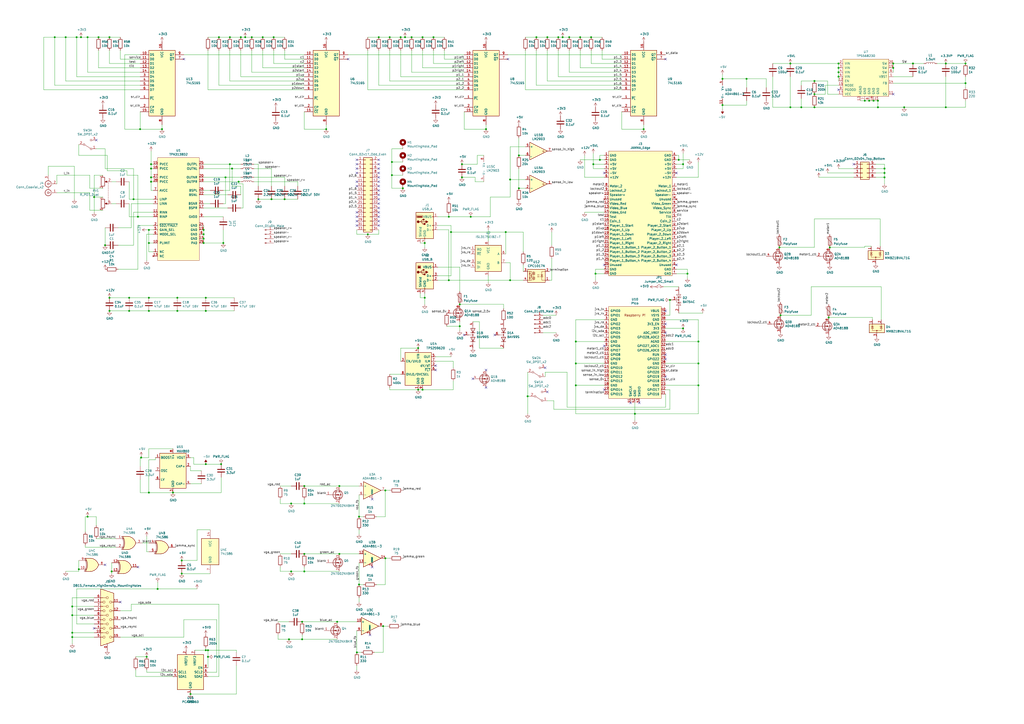
<source format=kicad_sch>
(kicad_sch (version 20211123) (generator eeschema)
  (paper "A2")
  (title_block (title "TD-IO"))
  (junction (at 87.63 105.41))
  (junction (at 273.05 125.73))
  (junction (at 120.65 381))
  (junction (at 311.15 21.59))
  (junction (at 419.1 60.96))
  (junction (at 342.9 21.59))
  (junction (at 31.75 21.59))
  (junction (at 157.48 115.57))
  (junction (at 323.85 21.59))
  (junction (at 560.07 48.26))
  (junction (at 347.98 92.71))
  (junction (at 334.01 198.12))
  (junction (at 120.65 377.19))
  (junction (at 472.44 46.99))
  (junction (at 330.2 21.59))
  (junction (at 393.7 92.71))
  (junction (at 334.01 210.82))
  (junction (at 86.36 140.97))
  (junction (at 119.38 180.34))
  (junction (at 227.33 101.6))
  (junction (at 41.91 369.57))
  (junction (at 486.41 41.91))
  (junction (at 175.26 360.68))
  (junction (at 368.3 240.03))
  (junction (at 405.13 223.52))
  (junction (at 176.53 281.94))
  (junction (at 196.85 321.31))
  (junction (at 77.47 115.57))
  (junction (at 504.19 58.42))
  (junction (at 87.63 97.79))
  (junction (at 168.91 292.1))
  (junction (at 234.95 21.59))
  (junction (at 74.93 180.34))
  (junction (at 452.12 143.51))
  (junction (at 306.07 229.87))
  (junction (at 458.47 36.83))
  (junction (at 195.58 360.68))
  (junction (at 86.36 172.72))
  (junction (at 86.36 285.75))
  (junction (at 105.41 332.74))
  (junction (at 213.36 135.89))
  (junction (at 219.71 21.59))
  (junction (at 326.39 21.59))
  (junction (at 133.35 95.25))
  (junction (at 266.7 176.53))
  (junction (at 266.7 189.23))
  (junction (at 208.28 299.72))
  (junction (at 260.35 162.56))
  (junction (at 295.91 104.14))
  (junction (at 119.38 269.24))
  (junction (at 524.51 62.23))
  (junction (at 481.33 143.51))
  (junction (at 506.73 58.42))
  (junction (at 102.87 172.72))
  (junction (at 509.27 58.42))
  (junction (at 242.57 226.06))
  (junction (at 138.43 105.41))
  (junction (at 396.24 95.25))
  (junction (at 130.81 102.87))
  (junction (at 300.99 90.17))
  (junction (at 128.27 269.24))
  (junction (at 548.64 36.83))
  (junction (at 518.16 39.37))
  (junction (at 86.36 180.34))
  (junction (at 81.915 265.43))
  (junction (at 149.86 115.57))
  (junction (at 267.97 95.25))
  (junction (at 85.09 381))
  (junction (at 227.33 93.98))
  (junction (at 261.62 134.62))
  (junction (at 63.5 180.34))
  (junction (at 472.44 62.23))
  (junction (at 118.11 140.97))
  (junction (at 238.76 21.59))
  (junction (at 501.65 58.42))
  (junction (at 50.8 299.72))
  (junction (at 345.44 158.75))
  (junction (at 176.53 321.31))
  (junction (at 41.91 356.87))
  (junction (at 119.38 172.72))
  (junction (at 54.61 114.3))
  (junction (at 165.1 115.57))
  (junction (at 208.28 339.09))
  (junction (at 336.55 21.59))
  (junction (at 260.35 125.73))
  (junction (at 560.07 36.83))
  (junction (at 223.52 284.48))
  (junction (at 472.44 54.61))
  (junction (at 293.37 134.62))
  (junction (at 118.11 133.35))
  (junction (at 509.27 62.23))
  (junction (at 45.72 330.2))
  (junction (at 281.94 74.93))
  (junction (at 373.38 74.93))
  (junction (at 152.4 21.59))
  (junction (at 133.35 21.59))
  (junction (at 38.1 21.59))
  (junction (at 464.82 62.23))
  (junction (at 245.11 21.59))
  (junction (at 87.63 102.87))
  (junction (at 246.38 140.97))
  (junction (at 196.85 281.94))
  (junction (at 81.28 74.93))
  (junction (at 146.05 21.59))
  (junction (at 242.57 201.93))
  (junction (at 419.1 45.72))
  (junction (at 41.91 367.03))
  (junction (at 317.5 21.59))
  (junction (at 110.49 402.59))
  (junction (at 41.91 351.79))
  (junction (at 405.13 210.82))
  (junction (at 452.755 182.88))
  (junction (at 207.01 378.46))
  (junction (at 334.01 223.52))
  (junction (at 74.93 172.72))
  (junction (at 91.44 341.63))
  (junction (at 100.33 285.75))
  (junction (at 513.08 97.79))
  (junction (at 548.64 62.23))
  (junction (at 300.99 109.22))
  (junction (at 119.38 377.19))
  (junction (at 87.63 95.25))
  (junction (at 222.25 363.22))
  (junction (at 518.16 36.83))
  (junction (at 158.75 21.59))
  (junction (at 105.41 325.12))
  (junction (at 50.8 21.59))
  (junction (at 513.08 102.87))
  (junction (at 233.68 109.22))
  (junction (at 64.77 331.47))
  (junction (at 118.11 135.89))
  (junction (at 486.41 44.45))
  (junction (at 168.91 331.47))
  (junction (at 189.23 74.93))
  (junction (at 80.01 125.73))
  (junction (at 63.5 21.59))
  (junction (at 480.695 184.15))
  (junction (at 118.11 138.43))
  (junction (at 102.87 180.34))
  (junction (at 167.64 370.84))
  (junction (at 388.62 173.99))
  (junction (at 57.15 21.59))
  (junction (at 245.11 226.06))
  (junction (at 134.62 97.79))
  (junction (at 46.99 21.59))
  (junction (at 529.59 36.83))
  (junction (at 344.17 95.25))
  (junction (at 176.53 331.47))
  (junction (at 433.07 45.72))
  (junction (at 175.26 370.84))
  (junction (at 486.41 36.83))
  (junction (at 226.06 21.59))
  (junction (at 232.41 21.59))
  (junction (at 129.54 140.97))
  (junction (at 486.41 39.37))
  (junction (at 63.5 172.72))
  (junction (at 44.45 21.59))
  (junction (at 295.91 162.56))
  (junction (at 267.97 102.87))
  (junction (at 223.52 323.85))
  (junction (at 513.08 100.33))
  (junction (at 142.24 21.59))
  (junction (at 139.7 21.59))
  (junction (at 127 21.59))
  (junction (at 246.38 172.72))
  (junction (at 405.13 198.12))
  (junction (at 458.47 62.23))
  (junction (at 86.36 133.35))
  (junction (at 396.24 190.5))
  (junction (at 176.53 292.1))
  (junction (at 398.78 158.75))
  (junction (at 93.98 74.93))
  (junction (at 251.46 21.59))
  (junction (at 60.96 142.24))
  (no_connect (at 495.3 95.25))
  (no_connect (at 219.71 123.19))
  (no_connect (at 207.01 105.41))
  (no_connect (at 274.32 219.71))
  (no_connect (at 219.71 107.95))
  (no_connect (at 386.08 208.28))
  (no_connect (at 392.43 100.33))
  (no_connect (at 350.52 153.67))
  (no_connect (at 252.73 212.09))
  (no_connect (at 106.68 34.29))
  (no_connect (at 317.5 227.33))
  (no_connect (at 219.71 100.33))
  (no_connect (at 207.01 130.81))
  (no_connect (at 365.76 233.68))
  (no_connect (at 370.84 233.68))
  (no_connect (at 219.71 118.11))
  (no_connect (at 219.71 130.81))
  (no_connect (at 350.52 226.06))
  (no_connect (at 350.52 200.66))
  (no_connect (at 219.71 95.25))
  (no_connect (at 386.08 218.44))
  (no_connect (at 287.02 194.31))
  (no_connect (at 386.08 193.04))
  (no_connect (at 215.9 328.93))
  (no_connect (at 386.08 205.74))
  (no_connect (at 80.01 328.93))
  (no_connect (at 219.71 102.87))
  (no_connect (at 54.61 364.49))
  (no_connect (at 392.43 153.67))
  (no_connect (at 281.94 214.63))
  (no_connect (at 207.01 123.19))
  (no_connect (at 219.71 97.79))
  (no_connect (at 386.08 180.34))
  (no_connect (at 219.71 128.27))
  (no_connect (at 269.24 194.31))
  (no_connect (at 219.71 110.49))
  (no_connect (at 294.64 34.29))
  (no_connect (at 215.9 289.56))
  (no_connect (at 219.71 125.73))
  (no_connect (at 207.01 97.79))
  (no_connect (at 281.94 224.79))
  (no_connect (at 386.08 34.29))
  (no_connect (at 207.01 92.71))
  (no_connect (at 207.01 128.27))
  (no_connect (at 350.52 100.33))
  (no_connect (at 69.85 349.25))
  (no_connect (at 207.01 125.73))
  (no_connect (at 486.41 52.07))
  (no_connect (at 316.23 213.36))
  (no_connect (at 219.71 113.03))
  (no_connect (at 207.01 95.25))
  (no_connect (at 214.63 368.3))
  (no_connect (at 518.16 54.61))
  (no_connect (at 60.96 327.66))
  (no_connect (at 219.71 120.65))
  (no_connect (at 219.71 105.41))
  (no_connect (at 252.73 214.63))
  (no_connect (at 386.08 187.96))
  (no_connect (at 219.71 115.57))
  (no_connect (at 219.71 92.71))
  (no_connect (at 207.01 100.33))
  (no_connect (at 207.01 107.95))
  (no_connect (at 55.88 81.28))
  (no_connect (at 201.93 34.29))
  (wire (pts (xy 448.31 62.23) (xy 448.31 44.45)))
  (wire (pts (xy 283.21 160.02) (xy 283.21 163.83)))
  (wire (pts (xy 388.62 237.49) (xy 388.62 226.06)))
  (wire (pts (xy 93.98 72.39) (xy 93.98 74.93)))
  (wire (pts (xy 269.24 49.53) (xy 219.71 49.53)))
  (wire (pts (xy 100.33 392.43) (xy 78.74 392.43)))
  (wire (pts (xy 464.82 46.99) (xy 472.44 46.99)))
  (wire (pts (xy 213.36 135.89) (xy 219.71 135.89)))
  (wire (pts (xy 80.01 125.73) (xy 80.01 101.6)))
  (wire (pts (xy 162.56 331.47) (xy 168.91 331.47)))
  (wire (pts (xy 245.11 39.37) (xy 245.11 29.21)))
  (wire (pts (xy 320.04 142.24) (xy 320.04 134.62)))
  (wire (pts (xy 400.05 92.71) (xy 393.7 92.71)))
  (wire (pts (xy 486.41 41.91) (xy 486.41 39.37)))
  (wire (pts (xy 292.1 176.53) (xy 292.1 179.07)))
  (wire (pts (xy 295.91 114.3) (xy 295.91 104.14)))
  (wire (pts (xy 345.44 162.56) (xy 345.44 158.75)))
  (wire (pts (xy 162.56 292.1) (xy 168.91 292.1)))
  (wire (pts (xy 120.65 381) (xy 120.65 377.19)))
  (wire (pts (xy 165.1 34.29) (xy 165.1 29.21)))
  (wire (pts (xy 269.24 74.93) (xy 281.94 74.93)))
  (wire (pts (xy 304.8 21.59) (xy 311.15 21.59)))
  (wire (pts (xy 513.08 97.79) (xy 513.08 95.25)))
  (wire (pts (xy 458.47 36.83) (xy 486.41 36.83)))
  (wire (pts (xy 125.73 359.41) (xy 125.73 389.89)))
  (wire (pts (xy 513.08 102.87) (xy 513.08 100.33)))
  (wire (pts (xy 334.01 240.03) (xy 334.01 223.52)))
  (wire (pts (xy 405.13 210.82) (xy 405.13 198.12)))
  (wire (pts (xy 81.28 39.37) (xy 57.15 39.37)))
  (wire (pts (xy 119.38 377.19) (xy 113.03 377.19)))
  (wire (pts (xy 133.35 95.25) (xy 139.7 95.25)))
  (wire (pts (xy 347.98 92.71) (xy 347.98 90.17)))
  (wire (pts (xy 222.25 378.46) (xy 222.25 363.22)))
  (wire (pts (xy 81.915 265.43) (xy 81.915 264.795)))
  (wire (pts (xy 472.44 127) (xy 510.54 127)))
  (wire (pts (xy 196.85 321.31) (xy 176.53 321.31)))
  (wire (pts (xy 396.24 190.5) (xy 386.08 190.5)))
  (wire (pts (xy 334.01 198.12) (xy 334.01 210.82)))
  (wire (pts (xy 119.38 180.34) (xy 135.89 180.34)))
  (wire (pts (xy 175.26 368.3) (xy 175.26 370.84)))
  (wire (pts (xy 518.16 48.26) (xy 560.07 48.26)))
  (wire (pts (xy 321.31 237.49) (xy 388.62 237.49)))
  (wire (pts (xy 326.39 21.59) (xy 330.2 21.59)))
  (wire (pts (xy 80.01 156.21) (xy 80.01 130.81)))
  (wire (pts (xy 196.85 281.94) (xy 208.28 281.94)))
  (wire (pts (xy 27.94 96.52) (xy 27.94 101.6)))
  (wire (pts (xy 350.52 223.52) (xy 334.01 223.52)))
  (wire (pts (xy 110.49 270.51) (xy 110.49 273.05)))
  (wire (pts (xy 195.58 360.68) (xy 175.26 360.68)))
  (wire (pts (xy 147.32 102.87) (xy 165.1 102.87)))
  (wire (pts (xy 360.68 49.53) (xy 311.15 49.53)))
  (wire (pts (xy 223.52 299.72) (xy 223.52 284.48)))
  (wire (pts (xy 81.28 44.45) (xy 44.45 44.45)))
  (wire (pts (xy 254 130.81) (xy 261.62 130.81)))
  (wire (pts (xy 54.61 367.03) (xy 41.91 367.03)))
  (wire (pts (xy 87.63 87.63) (xy 87.63 95.25)))
  (wire (pts (xy 176.53 34.29) (xy 165.1 34.29)))
  (wire (pts (xy 118.11 110.49) (xy 121.92 110.49)))
  (wire (pts (xy 344.17 95.25) (xy 344.17 97.79)))
  (wire (pts (xy 349.25 34.29) (xy 349.25 29.21)))
  (wire (pts (xy 336.55 21.59) (xy 342.9 21.59)))
  (wire (pts (xy 86.36 146.05) (xy 86.36 140.97)))
  (wire (pts (xy 189.23 74.93) (xy 176.53 74.93)))
  (wire (pts (xy 168.91 321.31) (xy 162.56 321.31)))
  (wire (pts (xy 120.65 377.19) (xy 119.38 377.19)))
  (wire (pts (xy 55.88 86.36) (xy 60.96 86.36)))
  (wire (pts (xy 243.84 172.72) (xy 246.38 172.72)))
  (wire (pts (xy 120.65 52.07) (xy 120.65 29.21)))
  (wire (pts (xy 31.75 21.59) (xy 38.1 21.59)))
  (wire (pts (xy 139.7 107.95) (xy 134.62 107.95)))
  (wire (pts (xy 100.33 285.75) (xy 128.27 285.75)))
  (wire (pts (xy 486.41 39.37) (xy 486.41 36.83)))
  (wire (pts (xy 81.28 270.51) (xy 81.28 265.43)))
  (wire (pts (xy 472.44 143.51) (xy 472.44 127)))
  (wire (pts (xy 506.095 184.15) (xy 506.095 185.42)))
  (wire (pts (xy 342.9 36.83) (xy 342.9 29.21)))
  (wire (pts (xy 118.11 118.11) (xy 121.92 118.11)))
  (wire (pts (xy 262.89 213.36) (xy 262.89 209.55)))
  (wire (pts (xy 284.48 114.3) (xy 284.48 125.73)))
  (wire (pts (xy 87.63 102.87) (xy 88.9 102.87)))
  (wire (pts (xy 207.01 365.76) (xy 207.01 378.46)))
  (wire (pts (xy 433.07 60.96) (xy 433.07 58.42)))
  (wire (pts (xy 506.73 58.42) (xy 509.27 58.42)))
  (wire (pts (xy 44.45 361.95) (xy 44.45 341.63)))
  (wire (pts (xy 518.16 36.83) (xy 529.59 36.83)))
  (wire (pts (xy 396.24 95.25) (xy 392.43 95.25)))
  (wire (pts (xy 41.91 346.71) (xy 41.91 351.79)))
  (wire (pts (xy 306.07 229.87) (xy 307.34 229.87)))
  (wire (pts (xy 134.62 107.95) (xy 134.62 97.79)))
  (wire (pts (xy 158.75 36.83) (xy 158.75 29.21)))
  (wire (pts (xy 486.41 54.61) (xy 480.06 54.61)))
  (wire (pts (xy 368.3 240.03) (xy 368.3 243.84)))
  (wire (pts (xy 196.85 292.1) (xy 176.53 292.1)))
  (wire (pts (xy 317.5 46.99) (xy 317.5 29.21)))
  (wire (pts (xy 52.07 111.76) (xy 52.07 121.92)))
  (wire (pts (xy 269.24 46.99) (xy 226.06 46.99)))
  (wire (pts (xy 85.09 311.15) (xy 85.09 320.04)))
  (wire (pts (xy 147.32 95.25) (xy 149.86 95.25)))
  (wire (pts (xy 504.19 58.42) (xy 501.65 58.42)))
  (wire (pts (xy 219.71 135.89) (xy 219.71 133.35)))
  (wire (pts (xy 350.52 92.71) (xy 347.98 92.71)))
  (wire (pts (xy 246.38 172.72) (xy 246.38 170.18)))
  (wire (pts (xy 219.71 21.59) (xy 226.06 21.59)))
  (wire (pts (xy 269.24 64.77) (xy 269.24 74.93)))
  (wire (pts (xy 386.08 236.22) (xy 386.08 228.6)))
  (wire (pts (xy 38.1 21.59) (xy 38.1 46.99)))
  (wire (pts (xy 474.98 102.87) (xy 495.3 102.87)))
  (wire (pts (xy 73.66 101.6) (xy 73.66 99.06)))
  (wire (pts (xy 548.64 44.45) (xy 548.64 62.23)))
  (wire (pts (xy 269.24 34.29) (xy 257.81 34.29)))
  (wire (pts (xy 62.23 90.17) (xy 45.72 90.17)))
  (wire (pts (xy 480.695 184.15) (xy 506.095 184.15)))
  (wire (pts (xy 510.54 127) (xy 510.54 142.875)))
  (wire (pts (xy 208.28 309.88) (xy 208.28 307.34)))
  (wire (pts (xy 396.24 88.9) (xy 396.24 95.25)))
  (wire (pts (xy 304.8 52.07) (xy 304.8 29.21)))
  (wire (pts (xy 480.06 46.99) (xy 472.44 46.99)))
  (wire (pts (xy 444.5 45.72) (xy 433.07 45.72)))
  (wire (pts (xy 233.68 86.36) (xy 227.33 86.36)))
  (wire (pts (xy 328.93 215.9) (xy 316.23 215.9)))
  (wire (pts (xy 78.74 392.43) (xy 78.74 388.62)))
  (wire (pts (xy 90.17 265.43) (xy 90.17 266.7)))
  (wire (pts (xy 67.31 317.5) (xy 49.53 317.5)))
  (wire (pts (xy 276.86 95.25) (xy 276.86 90.17)))
  (wire (pts (xy 267.97 102.87) (xy 275.59 102.87)))
  (wire (pts (xy 478.79 54.61) (xy 478.79 49.53)))
  (wire (pts (xy 480.06 54.61) (xy 480.06 46.99)))
  (wire (pts (xy 67.31 118.11) (xy 64.77 118.11)))
  (wire (pts (xy 360.68 74.93) (xy 373.38 74.93)))
  (wire (pts (xy 260.35 162.56) (xy 295.91 162.56)))
  (wire (pts (xy 208.28 339.09) (xy 210.82 339.09)))
  (wire (pts (xy 320.04 162.56) (xy 320.04 149.86)))
  (wire (pts (xy 478.79 49.53) (xy 486.41 49.53)))
  (wire (pts (xy 139.7 44.45) (xy 139.7 29.21)))
  (wire (pts (xy 176.53 52.07) (xy 120.65 52.07)))
  (wire (pts (xy 254 154.94) (xy 266.7 154.94)))
  (wire (pts (xy 261.62 134.62) (xy 293.37 134.62)))
  (wire (pts (xy 86.36 265.43) (xy 86.36 260.35)))
  (wire (pts (xy 125.73 389.89) (xy 120.65 389.89)))
  (wire (pts (xy 134.62 97.79) (xy 139.7 97.79)))
  (wire (pts (xy 208.28 299.72) (xy 210.82 299.72)))
  (wire (pts (xy 232.41 21.59) (xy 234.95 21.59)))
  (wire (pts (xy 77.47 115.57) (xy 88.9 115.57)))
  (wire (pts (xy 135.89 172.72) (xy 119.38 172.72)))
  (wire (pts (xy 76.2 132.08) (xy 68.58 132.08)))
  (wire (pts (xy 433.07 45.72) (xy 419.1 45.72)))
  (wire (pts (xy 49.53 299.72) (xy 50.8 299.72)))
  (wire (pts (xy 560.07 62.23) (xy 560.07 58.42)))
  (wire (pts (xy 161.29 370.84) (xy 167.64 370.84)))
  (wire (pts (xy 219.71 49.53) (xy 219.71 29.21)))
  (wire (pts (xy 254 162.56) (xy 260.35 162.56)))
  (wire (pts (xy 292.1 176.53) (xy 266.7 176.53)))
  (wire (pts (xy 300.99 109.22) (xy 304.8 109.22)))
  (wire (pts (xy 266.7 154.94) (xy 266.7 168.91)))
  (wire (pts (xy 267.97 95.25) (xy 276.86 95.25)))
  (wire (pts (xy 38.1 21.59) (xy 44.45 21.59)))
  (wire (pts (xy 44.45 21.59) (xy 44.45 44.45)))
  (wire (pts (xy 360.68 64.77) (xy 360.68 74.93)))
  (wire (pts (xy 323.85 44.45) (xy 323.85 29.21)))
  (wire (pts (xy 87.63 97.79) (xy 87.63 102.87)))
  (wire (pts (xy 119.38 172.72) (xy 102.87 172.72)))
  (wire (pts (xy 278.13 201.93) (xy 278.13 186.69)))
  (wire (pts (xy 90.17 266.7) (xy 86.36 266.7)))
  (wire (pts (xy 452.12 143.51) (xy 472.44 143.51)))
  (wire (pts (xy 127 392.43) (xy 120.65 392.43)))
  (wire (pts (xy 323.85 21.59) (xy 317.5 21.59)))
  (wire (pts (xy 86.36 172.72) (xy 74.93 172.72)))
  (wire (pts (xy 405.13 198.12) (xy 405.13 185.42)))
  (wire (pts (xy 129.54 140.97) (xy 118.11 140.97)))
  (wire (pts (xy 318.77 162.56) (xy 320.04 162.56)))
  (wire (pts (xy 238.76 41.91) (xy 238.76 29.21)))
  (wire (pts (xy 81.28 34.29) (xy 69.85 34.29)))
  (wire (pts (xy 529.59 36.83) (xy 535.94 36.83)))
  (wire (pts (xy 149.86 115.57) (xy 157.48 115.57)))
  (wire (pts (xy 139.7 21.59) (xy 133.35 21.59)))
  (wire (pts (xy 295.91 162.56) (xy 303.53 162.56)))
  (wire (pts (xy 88.9 133.35) (xy 86.36 133.35)))
  (wire (pts (xy 347.98 92.71) (xy 336.55 92.71)))
  (wire (pts (xy 55.88 304.8) (xy 55.88 299.72)))
  (wire (pts (xy 162.56 289.56) (xy 162.56 292.1)))
  (wire (pts (xy 284.48 125.73) (xy 273.05 125.73)))
  (wire (pts (xy 261.62 160.02) (xy 254 160.02)))
  (wire (pts (xy 176.53 36.83) (xy 158.75 36.83)))
  (wire (pts (xy 88.9 146.05) (xy 86.36 146.05)))
  (wire (pts (xy 129.54 133.35) (xy 129.54 140.97)))
  (wire (pts (xy 283.21 133.35) (xy 283.21 139.7)))
  (wire (pts (xy 334.01 210.82) (xy 350.52 210.82)))
  (wire (pts (xy 114.3 325.12) (xy 114.3 307.34)))
  (wire (pts (xy 458.47 62.23) (xy 464.82 62.23)))
  (wire (pts (xy 72.39 31.75) (xy 81.28 31.75)))
  (wire (pts (xy 44.45 341.63) (xy 91.44 341.63)))
  (wire (pts (xy 152.4 21.59) (xy 158.75 21.59)))
  (wire (pts (xy 105.41 325.12) (xy 114.3 325.12)))
  (wire (pts (xy 207.01 388.62) (xy 207.01 386.08)))
  (wire (pts (xy 140.97 120.65) (xy 140.97 106.68)))
  (wire (pts (xy 518.16 41.91) (xy 518.16 39.37)))
  (wire (pts (xy 81.28 49.53) (xy 31.75 49.53)))
  (wire (pts (xy 138.43 106.68) (xy 138.43 105.41)))
  (wire (pts (xy 64.77 332.74) (xy 64.77 331.47)))
  (wire (pts (xy 147.32 105.41) (xy 172.72 105.41)))
  (wire (pts (xy 76.2 118.11) (xy 76.2 132.08)))
  (wire (pts (xy 207.01 135.89) (xy 207.01 133.35)))
  (wire (pts (xy 54.61 356.87) (xy 41.91 356.87)))
  (wire (pts (xy 118.11 138.43) (xy 118.11 140.97)))
  (wire (pts (xy 50.8 21.59) (xy 50.8 41.91)))
  (wire (pts (xy 69.85 34.29) (xy 69.85 29.21)))
  (wire (pts (xy 165.1 115.57) (xy 172.72 115.57)))
  (wire (pts (xy 129.54 110.49) (xy 133.35 110.49)))
  (wire (pts (xy 513.08 95.25) (xy 508 95.25)))
  (wire (pts (xy 560.07 44.45) (xy 560.07 48.26)))
  (wire (pts (xy 543.56 36.83) (xy 548.64 36.83)))
  (wire (pts (xy 157.48 115.57) (xy 165.1 115.57)))
  (wire (pts (xy 106.68 359.41) (xy 125.73 359.41)))
  (wire (pts (xy 262.89 226.06) (xy 262.89 220.98)))
  (wire (pts (xy 458.47 44.45) (xy 458.47 62.23)))
  (wire (pts (xy 396.24 95.25) (xy 396.24 97.79)))
  (wire (pts (xy 176.53 64.77) (xy 176.53 74.93)))
  (wire (pts (xy 405.13 185.42) (xy 386.08 185.42)))
  (wire (pts (xy 314.96 182.88) (xy 322.58 182.88)))
  (wire (pts (xy 76.2 350.52) (xy 127 350.52)))
  (wire (pts (xy 300.99 90.17) (xy 300.99 80.01)))
  (wire (pts (xy 63.5 21.59) (xy 69.85 21.59)))
  (wire (pts (xy 350.52 123.19) (xy 339.09 123.19)))
  (wire (pts (xy 269.24 52.07) (xy 213.36 52.07)))
  (wire (pts (xy 275.59 105.41) (xy 280.67 105.41)))
  (wire (pts (xy 41.91 351.79) (xy 41.91 356.87)))
  (wire (pts (xy 262.89 209.55) (xy 252.73 209.55)))
  (wire (pts (xy 322.58 193.04) (xy 314.96 193.04)))
  (wire (pts (xy 339.09 90.17) (xy 339.09 102.87)))
  (wire (pts (xy 360.68 39.37) (xy 336.55 39.37)))
  (wire (pts (xy 77.47 142.24) (xy 68.58 142.24)))
  (wire (pts (xy 368.3 240.03) (xy 405.13 240.03)))
  (wire (pts (xy 152.4 39.37) (xy 152.4 29.21)))
  (wire (pts (xy 119.38 375.92) (xy 119.38 377.19)))
  (wire (pts (xy 433.07 50.8) (xy 433.07 45.72)))
  (wire (pts (xy 294.64 31.75) (xy 360.68 31.75)))
  (wire (pts (xy 257.81 34.29) (xy 257.81 29.21)))
  (wire (pts (xy 243.84 170.18) (xy 243.84 172.72)))
  (wire (pts (xy 311.15 49.53) (xy 311.15 29.21)))
  (wire (pts (xy 344.17 95.25) (xy 350.52 95.25)))
  (wire (pts (xy 139.7 120.65) (xy 140.97 120.65)))
  (wire (pts (xy 506.73 58.42) (xy 504.19 58.42)))
  (wire (pts (xy 208.28 287.02) (xy 208.28 299.72)))
  (wire (pts (xy 246.38 140.97) (xy 243.84 140.97)))
  (wire (pts (xy 127 21.59) (xy 133.35 21.59)))
  (wire (pts (xy 295.91 104.14) (xy 304.8 104.14)))
  (wire (pts (xy 149.86 107.95) (xy 149.86 95.25)))
  (wire (pts (xy 93.98 74.93) (xy 81.28 74.93)))
  (wire (pts (xy 67.31 312.42) (xy 55.88 312.42)))
  (wire (pts (xy 328.93 236.22) (xy 386.08 236.22)))
  (wire (pts (xy 138.43 105.41) (xy 139.7 105.41)))
  (wire (pts (xy 405.13 102.87) (xy 392.43 102.87)))
  (wire (pts (xy 195.58 360.68) (xy 207.01 360.68)))
  (wire (pts (xy 293.37 134.62) (xy 303.53 134.62)))
  (wire (pts (xy 328.93 215.9) (xy 328.93 236.22)))
  (wire (pts (xy 146.05 21.59) (xy 152.4 21.59)))
  (wire (pts (xy 54.61 123.19) (xy 54.61 114.3)))
  (wire (pts (xy 419.1 60.96) (xy 419.1 63.5)))
  (wire (pts (xy 87.63 105.41) (xy 88.9 105.41)))
  (wire (pts (xy 360.68 41.91) (xy 330.2 41.91)))
  (wire (pts (xy 452.755 182.88) (xy 470.535 182.88)))
  (wire (pts (xy 388.62 182.88) (xy 388.62 173.99)))
  (wire (pts (xy 316.23 215.9) (xy 316.23 218.44)))
  (wire (pts (xy 405.13 223.52) (xy 405.13 210.82)))
  (wire (pts (xy 118.11 105.41) (xy 138.43 105.41)))
  (wire (pts (xy 54.61 346.71) (xy 41.91 346.71)))
  (wire (pts (xy 501.65 143.51) (xy 501.65 142.875)))
  (wire (pts (xy 444.5 50.8) (xy 444.5 45.72)))
  (wire (pts (xy 119.38 269.24) (xy 112.395 269.24)))
  (wire (pts (xy 33.02 106.68) (xy 33.02 101.6)))
  (wire (pts (xy 25.4 21.59) (xy 31.75 21.59)))
  (wire (pts (xy 360.68 46.99) (xy 317.5 46.99)))
  (wire (pts (xy 85.09 320.04) (xy 86.36 320.04)))
  (wire (pts (xy 110.49 280.67) (xy 116.84 280.67)))
  (wire (pts (xy 246.38 176.53) (xy 246.38 172.72)))
  (wire (pts (xy 54.61 361.95) (xy 44.45 361.95)))
  (wire (pts (xy 259.08 189.23) (xy 266.7 189.23)))
  (wire (pts (xy 245.11 21.59) (xy 251.46 21.59)))
  (wire (pts (xy 524.51 62.23) (xy 509.27 62.23)))
  (wire (pts (xy 74.93 180.34) (xy 86.36 180.34)))
  (wire (pts (xy 226.06 46.99) (xy 226.06 29.21)))
  (wire (pts (xy 398.78 161.29) (xy 398.78 158.75)))
  (wire (pts (xy 87.63 95.25) (xy 87.63 97.79)))
  (wire (pts (xy 43.18 96.52) (xy 43.18 115.57)))
  (wire (pts (xy 486.41 44.45) (xy 486.41 41.91)))
  (wire (pts (xy 495.3 97.79) (xy 486.41 97.79)))
  (wire (pts (xy 77.47 97.79) (xy 60.96 97.79)))
  (wire (pts (xy 269.24 36.83) (xy 251.46 36.83)))
  (wire (pts (xy 176.53 46.99) (xy 133.35 46.99)))
  (wire (pts (xy 458.47 36.83) (xy 448.31 36.83)))
  (wire (pts (xy 472.44 54.61) (xy 478.79 54.61)))
  (wire (pts (xy 127 350.52) (xy 127 392.43)))
  (wire (pts (xy 330.2 41.91) (xy 330.2 29.21)))
  (wire (pts (xy 224.79 363.22) (xy 222.25 363.22)))
  (wire (pts (xy 119.38 180.34) (xy 102.87 180.34)))
  (wire (pts (xy 176.53 44.45) (xy 139.7 44.45)))
  (wire (pts (xy 195.58 370.84) (xy 175.26 370.84)))
  (wire (pts (xy 201.93 31.75) (xy 269.24 31.75)))
  (wire (pts (xy 347.98 90.17) (xy 350.52 90.17)))
  (wire (pts (xy 31.75 21.59) (xy 31.75 49.53)))
  (wire (pts (xy 398.78 156.21) (xy 392.43 156.21)))
  (wire (pts (xy 88.9 140.97) (xy 86.36 140.97)))
  (wire (pts (xy 511.175 166.37) (xy 511.175 185.42)))
  (wire (pts (xy 74.93 118.11) (xy 74.93 125.73)))
  (wire (pts (xy 38.1 331.47) (xy 45.72 331.47)))
  (wire (pts (xy 80.01 125.73) (xy 88.9 125.73)))
  (wire (pts (xy 405.13 93.98) (xy 405.13 102.87)))
  (wire (pts (xy 518.16 36.83) (xy 518.16 39.37)))
  (wire (pts (xy 464.82 62.23) (xy 472.44 62.23)))
  (wire (pts (xy 233.68 93.98) (xy 227.33 93.98)))
  (wire (pts (xy 59.69 101.6) (xy 54.61 101.6)))
  (wire (pts (xy 168.91 281.94) (xy 162.56 281.94)))
  (wire (pts (xy 57.15 21.59) (xy 63.5 21.59)))
  (wire (pts (xy 72.39 31.75) (xy 72.39 74.93)))
  (wire (pts (xy 278.13 186.69) (xy 274.32 186.69)))
  (wire (pts (xy 388.62 226.06) (xy 386.08 226.06)))
  (wire (pts (xy 114.3 341.63) (xy 91.44 341.63)))
  (wire (pts (xy 133.35 46.99) (xy 133.35 29.21)))
  (wire (pts (xy 130.81 118.11) (xy 130.81 102.87)))
  (wire (pts (xy 321.31 232.41) (xy 317.5 232.41)))
  (wire (pts (xy 88.9 135.89) (xy 85.09 135.89)))
  (wire (pts (xy 548.64 62.23) (xy 560.07 62.23)))
  (wire (pts (xy 45.72 325.12) (xy 45.72 330.2)))
  (wire (pts (xy 105.41 332.74) (xy 121.92 332.74)))
  (wire (pts (xy 91.44 341.63) (xy 91.44 337.82)))
  (wire (pts (xy 360.68 52.07) (xy 304.8 52.07)))
  (wire (pts (xy 232.41 217.17) (xy 226.06 217.17)))
  (wire (pts (xy 86.36 180.34) (xy 102.87 180.34)))
  (wire (pts (xy 176.53 289.56) (xy 176.53 292.1)))
  (wire (pts (xy 139.7 113.03) (xy 139.7 107.95)))
  (wire (pts (xy 76.2 354.33) (xy 69.85 354.33)))
  (wire (pts (xy 360.68 34.29) (xy 349.25 34.29)))
  (wire (pts (xy 227.33 93.98) (xy 227.33 101.6)))
  (wire (pts (xy 80.01 101.6) (xy 73.66 101.6)))
  (wire (pts (xy 218.44 339.09) (xy 223.52 339.09)))
  (wire (pts (xy 49.53 308.61) (xy 49.53 299.72)))
  (wire (pts (xy 321.31 237.49) (xy 321.31 232.41)))
  (wire (pts (xy 55.88 299.72) (xy 50.8 299.72)))
  (wire (pts (xy 45.72 83.82) (xy 45.72 90.17)))
  (wire (pts (xy 261.62 134.62) (xy 261.62 160.02)))
  (wire (pts (xy 118.11 113.03) (xy 132.08 113.03)))
  (wire (pts (xy 227.33 86.36) (xy 227.33 93.98)))
  (wire (pts (xy 261.62 130.81) (xy 261.62 134.62)))
  (wire (pts (xy 303.53 146.05) (xy 303.53 134.62)))
  (wire (pts (xy 128.27 276.86) (xy 128.27 285.75)))
  (wire (pts (xy 334.01 185.42) (xy 334.01 198.12)))
  (wire (pts (xy 486.41 46.99) (xy 486.41 44.45)))
  (wire (pts (xy 118.11 138.43) (xy 118.11 135.89)))
  (wire (pts (xy 405.13 240.03) (xy 405.13 223.52)))
  (wire (pts (xy 560.07 48.26) (xy 560.07 50.8)))
  (wire (pts (xy 275.59 102.87) (xy 275.59 105.41)))
  (wire (pts (xy 80.01 130.81) (xy 88.9 130.81)))
  (wire (pts (xy 393.7 92.71) (xy 393.7 90.17)))
  (wire (pts (xy 45.72 331.47) (xy 45.72 330.2)))
  (wire (pts (xy 393.7 90.17) (xy 392.43 90.17)))
  (wire (pts (xy 142.24 21.59) (xy 146.05 21.59)))
  (wire (pts (xy 295.91 85.09) (xy 304.8 85.09)))
  (wire (pts (xy 217.17 378.46) (xy 222.25 378.46)))
  (wire (pts (xy 73.66 99.06) (xy 62.23 99.06)))
  (wire (pts (xy 223.52 339.09) (xy 223.52 323.85)))
  (wire (pts (xy 213.36 52.07) (xy 213.36 29.21)))
  (wire (pts (xy 63.5 36.83) (xy 63.5 29.21)))
  (wire (pts (xy 44.45 21.59) (xy 46.99 21.59)))
  (wire (pts (xy 226.06 224.79) (xy 226.06 226.06)))
  (wire (pts (xy 273.05 125.73) (xy 260.35 125.73)))
  (wire (pts (xy 100.33 389.89) (xy 85.09 389.89)))
  (wire (pts (xy 306.07 215.9) (xy 306.07 229.87)))
  (wire (pts (xy 81.28 46.99) (xy 38.1 46.99)))
  (wire (pts (xy 87.63 105.41) (xy 87.63 110.49)))
  (wire (pts (xy 60.96 132.08) (xy 60.96 142.24)))
  (wire (pts (xy 81.28 74.93) (xy 72.39 74.93)))
  (wire (pts (xy 284.48 114.3) (xy 295.91 114.3)))
  (wire (pts (xy 208.28 349.25) (xy 208.28 346.71)))
  (wire (pts (xy 54.61 114.3) (xy 59.69 114.3)))
  (wire (pts (xy 360.68 44.45) (xy 323.85 44.45)))
  (wire (pts (xy 137.16 377.19) (xy 137.16 378.46)))
  (wire (pts (xy 54.61 369.57) (xy 41.91 369.57)))
  (wire (pts (xy 120.65 377.19) (xy 137.16 377.19)))
  (wire (pts (xy 251.46 21.59) (xy 257.81 21.59)))
  (wire (pts (xy 114.3 307.34) (xy 121.92 307.34)))
  (wire (pts (xy 81.28 285.75) (xy 86.36 285.75)))
  (wire (pts (xy 261.62 207.01) (xy 252.73 207.01)))
  (wire (pts (xy 63.5 172.72) (xy 74.93 172.72)))
  (wire (pts (xy 393.7 92.71) (xy 392.43 92.71)))
  (wire (pts (xy 86.36 260.35) (xy 100.33 260.35)))
  (wire (pts (xy 480.06 100.33) (xy 495.3 100.33)))
  (wire (pts (xy 88.9 123.19) (xy 77.47 123.19)))
  (wire (pts (xy 405.13 223.52) (xy 386.08 223.52)))
  (wire (pts (xy 232.41 44.45) (xy 232.41 29.21)))
  (wire (pts (xy 227.33 109.22) (xy 233.68 109.22)))
  (wire (pts (xy 266.7 189.23) (xy 266.7 186.69)))
  (wire (pts (xy 62.23 99.06) (xy 62.23 90.17)))
  (wire (pts (xy 281.94 74.93) (xy 281.94 72.39)))
  (wire (pts (xy 398.78 158.75) (xy 398.78 156.21)))
  (wire (pts (xy 112.395 265.43) (xy 112.395 269.24)))
  (wire (pts (xy 172.72 105.41) (xy 172.72 107.95)))
  (wire (pts (xy 81.28 52.07) (xy 25.4 52.07)))
  (wire (pts (xy 269.24 41.91) (xy 238.76 41.91)))
  (wire (pts (xy 33.02 111.76) (xy 52.07 111.76)))
  (wire (pts (xy 368.3 240.03) (xy 334.01 240.03)))
  (wire (pts (xy 87.63 102.87) (xy 87.63 105.41)))
  (wire (pts (xy 33.02 101.6) (xy 52.07 101.6)))
  (wire (pts (xy 165.1 102.87) (xy 165.1 107.95)))
  (wire (pts (xy 396.24 97.79) (xy 392.43 97.79)))
  (wire (pts (xy 162.56 328.93) (xy 162.56 331.47)))
  (wire (pts (xy 118.11 133.35) (xy 118.11 135.89)))
  (wire (pts (xy 386.08 182.88) (xy 388.62 182.88)))
  (wire (pts (xy 293.37 152.4) (xy 295.91 152.4)))
  (wire (pts (xy 120.65 21.59) (xy 127 21.59)))
  (wire (pts (xy 368.3 233.68) (xy 368.3 240.03)))
  (wire (pts (xy 393.7 181.61) (xy 407.67 181.61)))
  (wire (pts (xy 242.57 226.06) (xy 245.11 226.06)))
  (wire (pts (xy 167.64 360.68) (xy 161.29 360.68)))
  (wire (pts (xy 81.28 36.83) (xy 63.5 36.83)))
  (wire (pts (xy 213.36 135.89) (xy 207.01 135.89)))
  (wire (pts (xy 85.09 381) (xy 78.74 381)))
  (wire (pts (xy 81.28 278.13) (xy 81.28 285.75)))
  (wire (pts (xy 86.36 172.72) (xy 102.87 172.72)))
  (wire (pts (xy 518.16 44.45) (xy 529.59 44.45)))
  (wire (pts (xy 41.91 367.03) (xy 41.91 369.57)))
  (wire (pts (xy 513.08 100.33) (xy 508 100.33)))
  (wire (pts (xy 342.9 21.59) (xy 349.25 21.59)))
  (wire (pts (xy 300.99 109.22) (xy 300.99 97.79)))
  (wire (pts (xy 74.93 115.57) (xy 77.47 115.57)))
  (wire (pts (xy 118.11 97.79) (xy 134.62 97.79)))
  (wire (pts (xy 419.1 60.96) (xy 433.07 60.96)))
  (wire (pts (xy 139.7 21.59) (xy 142.24 21.59)))
  (wire (pts (xy 74.93 105.41) (xy 74.93 115.57)))
  (wire (pts (xy 81.28 64.77) (xy 81.28 74.93)))
  (wire (pts (xy 304.8 90.17) (xy 300.99 90.17)))
  (wire (pts (xy 245.11 226.06) (xy 262.89 226.06)))
  (wire (pts (xy 405.13 210.82) (xy 386.08 210.82)))
  (wire (pts (xy 176.53 292.1) (xy 168.91 292.1)))
  (wire (pts (xy 470.535 166.37) (xy 470.535 182.88)))
  (wire (pts (xy 513.08 97.79) (xy 508 97.79)))
  (wire (pts (xy 86.36 140.97) (xy 86.36 133.35)))
  (wire (pts (xy 86.36 266.7) (xy 86.36 285.75)))
  (wire (pts (xy 161.29 368.3) (xy 161.29 370.84)))
  (wire (pts (xy 218.44 299.72) (xy 223.52 299.72)))
  (wire (pts (xy 176.53 331.47) (xy 168.91 331.47)))
  (wire (pts (xy 481.33 143.51) (xy 501.65 143.51)))
  (wire (pts (xy 208.28 326.39) (xy 208.28 339.09)))
  (wire (pts (xy 278.13 201.93) (xy 292.1 201.93)))
  (wire (pts (xy 118.11 95.25) (xy 133.35 95.25)))
  (wire (pts (xy 74.93 125.73) (xy 80.01 125.73)))
  (wire (pts (xy 64.77 331.47) (xy 64.77 326.39)))
  (wire (pts (xy 118.11 102.87) (xy 130.81 102.87)))
  (wire (pts (xy 232.41 201.93) (xy 242.57 201.93)))
  (wire (pts (xy 118.11 130.81) (xy 118.11 133.35)))
  (wire (pts (xy 52.07 121.92) (xy 59.69 121.92)))
  (wire (pts (xy 501.65 58.42) (xy 499.11 58.42)))
  (wire (pts (xy 513.08 102.87) (xy 513.08 106.68)))
  (wire (pts (xy 60.96 97.79) (xy 60.96 86.36)))
  (wire (pts (xy 81.915 265.43) (xy 86.36 265.43)))
  (wire (pts (xy 130.81 102.87) (xy 139.7 102.87)))
  (wire (pts (xy 269.24 44.45) (xy 232.41 44.45)))
  (wire (pts (xy 227.33 101.6) (xy 227.33 109.22)))
  (wire (pts (xy 513.08 102.87) (xy 508 102.87)))
  (wire (pts (xy 129.54 118.11) (xy 130.81 118.11)))
  (wire (pts (xy 52.07 109.22) (xy 59.69 109.22)))
  (wire (pts (xy 254 125.73) (xy 260.35 125.73)))
  (wire (pts (xy 266.7 189.23) (xy 266.7 191.77)))
  (wire (pts (xy 176.53 31.75) (xy 106.68 31.75)))
  (wire (pts (xy 373.38 72.39) (xy 373.38 74.93)))
  (wire (pts (xy 350.52 198.12) (xy 334.01 198.12)))
  (wire (pts (xy 86.36 285.75) (xy 100.33 285.75)))
  (wire (pts (xy 464.82 57.15) (xy 464.82 62.23)))
  (wire (pts (xy 176.53 328.93) (xy 176.53 331.47)))
  (wire (pts (xy 339.09 102.87) (xy 350.52 102.87)))
  (wire (pts (xy 189.23 72.39) (xy 189.23 74.93)))
  (wire (pts (xy 110.49 273.05) (xy 116.84 273.05)))
  (wire (pts (xy 63.5 180.34) (xy 74.93 180.34)))
  (wire (pts (xy 68.58 156.21) (xy 80.01 156.21)))
  (wire (pts (xy 41.91 356.87) (xy 41.91 367.03)))
  (wire (pts (xy 226.06 226.06) (xy 242.57 226.06)))
  (wire (pts (xy 118.11 120.65) (xy 132.08 120.65)))
  (wire (pts (xy 196.85 321.31) (xy 208.28 321.31)))
  (wire (pts (xy 350.52 185.42) (xy 334.01 185.42)))
  (wire (pts (xy 110.49 265.43) (xy 112.395 265.43)))
  (wire (pts (xy 118.11 125.73) (xy 129.54 125.73)))
  (wire (pts (xy 158.75 21.59) (xy 165.1 21.59)))
  (wire (pts (xy 196.85 281.94) (xy 176.53 281.94)))
  (wire (pts (xy 472.44 62.23) (xy 509.27 62.23)))
  (wire (pts (xy 246.38 143.51) (xy 246.38 140.97)))
  (wire (pts (xy 330.2 21.59) (xy 336.55 21.59)))
  (wire (pts (xy 360.68 36.83) (xy 342.9 36.83)))
  (wire (pts (xy 398.78 158.75) (xy 392.43 158.75)))
  (wire (pts (xy 82.55 314.96) (xy 86.36 314.96)))
  (wire (pts (xy 344.17 88.9) (xy 344.17 95.25)))
  (wire (pts (xy 106.68 369.57) (xy 106.68 359.41)))
  (wire (pts (xy 311.15 21.59) (xy 317.5 21.59)))
  (wire (pts (xy 41.91 369.57) (xy 41.91 373.38)))
  (wire (pts (xy 227.33 101.6) (xy 233.68 101.6)))
  (wire (pts (xy 226.06 323.85) (xy 223.52 323.85)))
  (wire (pts (xy 295.91 152.4) (xy 295.91 162.56)))
  (wire (pts (xy 393.7 166.37) (xy 384.81 166.37)))
  (wire (pts (xy 43.18 96.52) (xy 27.94 96.52)))
  (wire (pts (xy 76.2 350.52) (xy 76.2 354.33)))
  (wire (pts (xy 560.07 36.83) (xy 548.64 36.83)))
  (wire (pts (xy 207.01 378.46) (xy 209.55 378.46)))
  (wire (pts (xy 57.15 39.37) (xy 57.15 29.21)))
  (wire (pts (xy 260.35 162.56) (xy 260.35 133.35)))
  (wire (pts (xy 260.35 125.73) (xy 260.35 124.46)))
  (wire (pts (xy 470.535 166.37) (xy 511.175 166.37)))
  (wire (pts (xy 276.86 90.17) (xy 280.67 90.17)))
  (wire (pts (xy 251.46 36.83) (xy 251.46 29.21)))
  (wire (pts (xy 157.48 97.79) (xy 157.48 107.95)))
  (wire (pts (xy 334.01 223.52) (xy 334.01 210.82)))
  (wire (pts (xy 323.85 21.59) (xy 326.39 21.59)))
  (wire (pts (xy 405.13 198.12) (xy 386.08 198.12)))
  (wire (pts (xy 87.63 97.79) (xy 88.9 97.79)))
  (wire (pts (xy 81.28 41.91) (xy 50.8 41.91)))
  (wire (pts (xy 77.47 123.19) (xy 77.47 142.24)))
  (wire (pts (xy 226.06 284.48) (xy 223.52 284.48)))
  (wire (pts (xy 232.41 21.59) (xy 226.06 21.59)))
  (wire (pts (xy 81.28 265.43) (xy 81.915 265.43)))
  (wire (pts (xy 127 49.53) (xy 127 29.21)))
  (wire (pts (xy 140.97 106.68) (xy 138.43 106.68)))
  (wire (pts (xy 336.55 39.37) (xy 336.55 29.21)))
  (wire (pts (xy 85.09 389.89) (xy 85.09 388.62)))
  (wire (pts (xy 87.63 95.25) (xy 88.9 95.25)))
  (wire (pts (xy 293.37 147.32) (xy 293.37 134.62)))
  (wire (pts (xy 295.91 104.14) (xy 295.91 85.09)))
  (wire (pts (xy 54.61 101.6) (xy 54.61 114.3)))
  (wire (pts (xy 196.85 331.47) (xy 176.53 331.47)))
  (wire (pts (xy 77.47 115.57) (xy 77.47 97.79)))
  (wire (pts (xy 260.35 133.35) (xy 254 133.35)))
  (wire (pts (xy 175.26 370.84) (xy 167.64 370.84)))
  (wire (pts (xy 176.53 41.91) (xy 146.05 41.91)))
  (wire (pts (xy 509.27 62.23) (xy 509.27 58.42)))
  (wire (pts (xy 232.41 209.55) (xy 232.41 201.93)))
  (wire (pts (xy 137.16 402.59) (xy 137.16 386.08)))
  (wire (pts (xy 419.1 45.72) (xy 419.1 43.18)))
  (wire (pts (xy 501.65 142.875) (xy 505.46 142.875)))
  (wire (pts (xy 110.49 402.59) (xy 137.16 402.59)))
  (wire (pts (xy 133.35 110.49) (xy 133.35 95.25)))
  (wire (pts (xy 46.99 21.59) (xy 50.8 21.59)))
  (wire (pts (xy 464.82 49.53) (xy 464.82 46.99)))
  (wire (pts (xy 303.53 153.67) (xy 303.53 157.48)))
  (wire (pts (xy 50.8 21.59) (xy 57.15 21.59)))
  (wire (pts (xy 345.44 156.21) (xy 350.52 156.21)))
  (wire (pts (xy 25.4 21.59) (xy 25.4 52.07)))
  (wire (pts (xy 176.53 49.53) (xy 127 49.53)))
  (wire (pts (xy 52.07 101.6) (xy 52.07 109.22)))
  (wire (pts (xy 548.64 62.23) (xy 524.51 62.23)))
  (wire (pts (xy 344.17 97.79) (xy 350.52 97.79)))
  (wire (pts (xy 345.44 158.75) (xy 345.44 156.21)))
  (wire (pts (xy 213.36 21.59) (xy 219.71 21.59)))
  (wire (pts (xy 146.05 41.91) (xy 146.05 29.21)))
  (wire (pts (xy 306.07 229.87) (xy 306.07 240.03)))
  (wire (pts (xy 85.09 135.89) (xy 85.09 151.13)))
  (wire (pts (xy 87.63 110.49) (xy 88.9 110.49)))
  (wire (pts (xy 147.32 97.79) (xy 157.48 97.79)))
  (wire (pts (xy 238.76 21.59) (xy 245.11 21.59)))
  (wire (pts (xy 234.95 21.59) (xy 238.76 21.59)))
  (wire (pts (xy 513.08 100.33) (xy 513.08 97.79)))
  (wire (pts (xy 86.36 133.35) (xy 85.09 133.35)))
  (wire (pts (xy 269.24 39.37) (xy 245.11 39.37)))
  (wire (pts (xy 458.47 62.23) (xy 448.31 62.23)))
  (wire (pts (xy 49.53 317.5) (xy 49.53 316.23)))
  (wire (pts (xy 54.61 351.79) (xy 41.91 351.79)))
  (wire (pts (xy 69.85 369.57) (xy 106.68 369.57)))
  (wire (pts (xy 67.31 105.41) (xy 64.77 105.41)))
  (wire (pts (xy 128.27 269.24) (xy 119.38 269.24)))
  (wire (pts (xy 88.9 118.11) (xy 76.2 118.11)))
  (wire (pts (xy 345.44 158.75) (xy 350.52 158.75)))
  (wire (pts (xy 120.65 387.35) (xy 120.65 381)))
  (wire (pts (xy 176.53 39.37) (xy 152.4 39.37)))
  (label "c2" (at 392.43 128.27 0))
  (label "p1_5" (at 207.01 113.03 180))
  (label "vga_hsync" (at 67.31 312.42 180))
  (label "sr_clr" (at 386.08 213.36 0))
  (label "speaker_r-" (at 158.75 138.43 0))
  (label "p1_5" (at 360.68 44.45 180))
  (label "p1left" (at 269.24 34.29 180))
  (label "vga_hsync" (at 69.85 359.41 0))
  (label "blank" (at 82.55 314.96 0))
  (label "jvs_re" (at 350.52 187.96 180))
  (label "speaker-" (at 392.43 113.03 0))
  (label "p2_4" (at 360.68 41.91 180))
  (label "adc2" (at 386.08 195.58 0))
  (label "red_fb" (at 208.28 295.91 90))
  (label "i2c_sda" (at 350.52 193.04 180))
  (label "jamma_blue" (at 232.41 363.22 0))
  (label "green_ac" (at 185.42 321.31 0))
  (label "p1_4" (at 350.52 151.13 180))
  (label "test" (at 350.52 125.73 180))
  (label "p1_3" (at 350.52 148.59 180))
  (label "sr_clk" (at 269.24 62.23 180))
  (label "speaker+" (at 158.75 140.97 0))
  (label "sr_clk" (at 386.08 220.98 0))
  (label "sr_clr" (at 360.68 57.15 180))
  (label "jvs_rx" (at 273.05 144.78 180))
  (label "vga_red" (at 162.56 281.94 180))
  (label "i2c_scl" (at 100.33 389.89 180))
  (label "blank" (at 189.23 287.02 180))
  (label "p2_6" (at 360.68 52.07 180))
  (label "vga_sda" (at 80.01 350.52 0))
  (label "lockout2" (at 350.52 110.49 180))
  (label "i2c_scl" (at 350.52 195.58 180))
  (label "jvs_re" (at 273.05 147.32 180))
  (label "blue_ac" (at 185.42 360.68 0))
  (label "lockout1_ctl" (at 350.52 208.28 180))
  (label "adc0" (at 314.96 185.42 0))
  (label "p1_4" (at 207.01 115.57 180))
  (label "p2start" (at 392.43 130.81 0))
  (label "sense_in_low" (at 320.04 106.68 0))
  (label "lockout1_ctl" (at 444.5 148.59 180))
  (label "blue_fb" (at 207.01 375.92 90))
  (label "p1_2" (at 350.52 146.05 180))
  (label "p2_4" (at 392.43 151.13 0))
  (label "vga_blue" (at 54.61 359.41 180))
  (label "jamma_red" (at 350.52 118.11 180))
  (label "sr_clk" (at 81.28 62.23 180))
  (label "lockout2_ctl" (at 350.52 213.36 180))
  (label "sr_data" (at 386.08 215.9 0))
  (label "sr_clr" (at 176.53 57.15 180))
  (label "speaker-" (at 153.67 97.79 0))
  (label "p2right" (at 392.43 140.97 0))
  (label "lockout1" (at 392.43 110.49 0))
  (label "c1" (at 176.53 34.29 180))
  (label "p1_1" (at 350.52 143.51 180))
  (label "p2start" (at 176.53 41.91 180))
  (label "c2" (at 176.53 36.83 180))
  (label "sense_in_high" (at 350.52 215.9 180))
  (label "p2down" (at 176.53 52.07 180))
  (label "lockout2" (at 452.755 175.26 90))
  (label "test" (at 74.93 36.83 0))
  (label "p2down" (at 392.43 135.89 0))
  (label "p1_6" (at 360.68 49.53 180))
  (label "p1_3" (at 360.68 34.29 180))
  (label "p1_2" (at 269.24 49.53 180))
  (label "p1down" (at 350.52 135.89 180))
  (label "vga_scl" (at 76.2 369.57 0))
  (label "service" (at 392.43 123.19 0))
  (label "termination" (at 318.77 157.48 0))
  (label "vga_vsync" (at 69.85 364.49 0))
  (label "meter2" (at 350.52 107.95 180))
  (label "vga_vsync" (at 67.31 317.5 180))
  (label "speaker-" (at 158.75 135.89 0))
  (label "sr_clr" (at 81.28 57.15 180))
  (label "vga_green" (at 54.61 354.33 180))
  (label "r_in" (at 36.83 111.76 0))
  (label "sense_0v" (at 350.52 220.98 180))
  (label "l_in" (at 36.83 101.6 0))
  (label "meter1" (at 481.33 135.89 90))
  (label "lockout1" (at 452.12 135.89 90))
  (label "p1up" (at 350.52 133.35 180))
  (label "p2left" (at 392.43 138.43 0))
  (label "sense_2.5v" (at 284.48 181.61 180))
  (label "meter1_ctl" (at 473.71 148.59 180))
  (label "p1right" (at 269.24 39.37 180))
  (label "service" (at 74.93 34.29 0))
  (label "blank" (at 187.96 365.76 180))
  (label "p2_2" (at 392.43 146.05 0))
  (label "p2_5" (at 207.01 120.65 180))
  (label "speaker_r-" (at 158.75 102.87 0))
  (label "p2_5" (at 360.68 46.99 180))
  (label "p2left" (at 269.24 36.83 180))
  (label "p2up" (at 392.43 133.35 0))
  (label "adc1" (at 314.96 187.96 0))
  (label "red_ac" (at 185.42 281.94 0))
  (label "vga_green" (at 162.56 321.31 180))
  (label "blank" (at 189.23 326.39 180))
  (label "speaker+" (at 350.52 113.03 180))
  (label "p1_1" (at 269.24 44.45 180))
  (label "jvs_tx" (at 350.52 180.34 180))
  (label "SW" (at 523.24 36.83 0))
  (label "p1_6" (at 207.01 110.49 180))
  (label "sr_data" (at 386.08 31.75 0))
  (label "adc0" (at 386.08 203.2 0))
  (label "jvs_tx" (at 273.05 154.94 180))
  (label "lockout2_ctl" (at 445.135 187.96 180))
  (label "adc2" (at 314.96 190.5 0))
  (label "p2_2" (at 269.24 52.07 180))
  (label "sense_in_low" (at 350.52 218.44 180))
  (label "c1" (at 350.52 128.27 180))
  (label "p1left" (at 350.52 138.43 180))
  (label "meter2_ctl" (at 473.075 189.23 180))
  (label "vga_red" (at 54.61 349.25 180))
  (label "p1start" (at 350.52 130.81 180))
  (label "p2_4" (at 207.01 118.11 180))
  (label "speaker_r+" (at 158.75 133.35 0))
  (label "sense_in_high" (at 320.04 87.63 0))
  (label "meter1" (at 392.43 107.95 0))
  (label "meter1_ctl" (at 350.52 203.2 180))
  (label "vga_blue" (at 161.29 360.68 180))
  (label "jvs_rx" (at 350.52 182.88 180))
  (label "jamma_green" (at 392.43 118.11 0))
  (label "p1right" (at 350.52 140.97 180))
  (label "p2_6" (at 207.01 102.87 180))
  (label "jamma_green" (at 233.68 323.85 0))
  (label "sr_clk" (at 360.68 62.23 180))
  (label "termination" (at 350.52 228.6 180))
  (label "p2right" (at 269.24 41.91 180))
  (label "meter2" (at 480.695 176.53 90))
  (label "p1_4" (at 360.68 39.37 180))
  (label "p1up" (at 176.53 44.45 180))
  (label "i2c_sda" (at 100.33 392.43 180))
  (label "sr_clr" (at 269.24 57.15 180))
  (label "tilt" (at 74.93 39.37 0))
  (label "tilt" (at 392.43 125.73 0))
  (label "speaker_r+" (at 166.37 105.41 0))
  (label "jamma_sync" (at 392.43 120.65 0))
  (label "jvs_de" (at 350.52 190.5 180))
  (label "jamma_red" (at 233.68 284.48 0))
  (label "speaker+" (at 149.86 95.25 0))
  (label "p2_1" (at 392.43 143.51 0))
  (label "meter2_ctl" (at 350.52 205.74 180))
  (label "p2_1" (at 269.24 46.99 180))
  (label "jvs_de" (at 273.05 152.4 180))
  (label "sr_clk" (at 176.53 62.23 180))
  (label "p1start" (at 176.53 39.37 180))
  (label "p2_3" (at 392.43 148.59 0))
  (label "sense_0v" (at 259.08 181.61 180))
  (label "jamma_sync" (at 101.6 317.5 0))
  (label "p2up" (at 176.53 46.99 180))
  (label "p2_3" (at 360.68 36.83 180))
  (label "adc1" (at 386.08 200.66 0))
  (label "green_fb" (at 208.28 336.55 90))
  (label "p1down" (at 176.53 49.53 180))
  (label "jamma_blue" (at 350.52 120.65 180))
  (symbol (lib_id "td-io:JAMMA_Edge") (at 353.06 87.63 0) (unit 1)
    (property "Reference" "J3" (at 371.475 83.439 0))
    (property "Value" "JAMMA_Edge" (at 371.475 85.7504 0))
    (property "Footprint" "td-io:JAMMA" (effects hide))
  )
  (symbol (lib_id "power:GND") (at 336.55 92.71 0) (unit 1)
    (property "Reference" "#PWR0101" (effects hide))
    (property "Value" "GND" (at 336.677 97.1042 0))
  )
  (symbol (lib_id "power:GND") (at 400.05 92.71 0) (unit 1)
    (property "Reference" "#PWR0102" (effects hide))
    (property "Value" "GND" (at 400.177 97.1042 0))
  )
  (symbol (lib_id "power:+12V") (at 339.09 90.17 0) (unit 1)
    (property "Reference" "#PWR0107" (effects hide))
    (property "Value" "+12V" (at 339.471 85.7758 0))
  )
  (symbol (lib_id "power:+12V") (at 405.13 93.98 0) (unit 1)
    (property "Reference" "#PWR0108" (effects hide))
    (property "Value" "+12V" (at 405.511 89.5858 0))
  )
  (symbol (lib_id "power:GND") (at 345.44 162.56 0) (unit 1)
    (property "Reference" "#PWR0109" (effects hide))
    (property "Value" "GND" (at 345.567 166.9542 0))
  )
  (symbol (lib_id "power:GND") (at 398.78 161.29 0) (unit 1)
    (property "Reference" "#PWR0110" (effects hide))
    (property "Value" "GND" (at 398.907 165.6842 0))
  )
  (symbol (lib_id "Connector:USB_A") (at 246.38 130.81 0) (unit 1)
    (property "Reference" "J1" (at 247.8278 118.9482 0))
    (property "Value" "USB_A" (at 247.8278 121.2596 0))
    (property "Footprint" "Connector_USB:USB_A_Molex_67643_Horizontal" (effects hide))
    (property "Datasheet" " ~" (effects hide))
    (property "Digikey" "SAM10870-ND" (effects hide))
  )
  (symbol (lib_id "Connector:USB_B") (at 246.38 160.02 0) (unit 1)
    (property "Reference" "J2" (at 247.8278 148.1582 0))
    (property "Value" "USB_B" (at 247.8278 150.4696 0))
    (property "Footprint" "Connector_USB:USB_B_OST_USB-B1HSxx_Horizontal" (effects hide))
    (property "Datasheet" " ~" (effects hide))
    (property "Digikey" "SAM10873-ND" (effects hide))
  )
  (symbol (lib_id "Device:C") (at 433.07 54.61 0) (unit 1)
    (property "Reference" "C6" (at 435.991 53.4416 0) (effects (justify left)))
    (property "Value" "0.1uF" (at 435.991 55.753 0) (effects (justify left)))
    (property "Footprint" "Capacitor_SMD:C_0805_2012Metric" (effects hide))
    (property "Digikey" "1276-2444-1-ND" (effects hide))
  )
  (symbol (lib_id "power:GND") (at 246.38 143.51 0) (unit 1)
    (property "Reference" "#PWR0111" (effects hide))
    (property "Value" "GND" (at 246.507 147.9042 0))
  )
  (symbol (lib_id "power:GND") (at 246.38 176.53 0) (unit 1)
    (property "Reference" "#PWR0112" (effects hide))
    (property "Value" "GND" (at 246.507 180.9242 0))
  )
  (symbol (lib_id "power:GND") (at 283.21 163.83 0) (unit 1)
    (property "Reference" "#PWR0113" (effects hide))
    (property "Value" "GND" (at 283.337 168.2242 0))
  )
  (symbol (lib_id "Device:R") (at 303.53 149.86 0) (unit 1)
    (property "Reference" "R5" (at 305.308 148.6916 0) (effects (justify left)))
    (property "Value" "120" (at 305.308 151.003 0) (effects (justify left)))
    (property "Footprint" "Resistor_SMD:R_0805_2012Metric" (effects hide))
    (property "Digikey" "13-RT0805FRE07120RLCT-ND" (effects hide))
  )
  (symbol (lib_id "Connector_Generic:Conn_02x04_Top_Bottom") (at 500.38 97.79 0) (unit 1)
    (property "Reference" "J6" (at 501.65 89.7382 0))
    (property "Value" "Conn_02x04_Top_Bottom" (at 501.65 92.0496 0))
    (property "Footprint" "td-io:B08P-VL" (effects hide))
    (property "Digikey" "455-2365-ND" (effects hide))
  )
  (symbol (lib_id "Device:R") (at 214.63 299.72 270) (unit 1)
    (property "Reference" "R15" (at 214.63 294.4622 90))
    (property "Value" "1k" (at 214.63 296.7736 90))
    (property "Footprint" "Resistor_SMD:R_0805_2012Metric" (effects hide))
    (property "Digikey" "311-1.00KCRCT-ND" (effects hide))
  )
  (symbol (lib_id "power:+12V") (at 474.98 102.87 0) (unit 1)
    (property "Reference" "#PWR0117" (effects hide))
    (property "Value" "+12V" (at 475.361 98.4758 0))
  )
  (symbol (lib_id "power:GND") (at 513.08 106.68 0) (unit 1)
    (property "Reference" "#PWR0118" (effects hide))
    (property "Value" "GND" (at 513.207 111.0742 0))
  )
  (symbol (lib_id "Device:R") (at 208.28 303.53 180) (unit 1)
    (property "Reference" "R12" (at 210.058 302.3616 0) (effects (justify right)))
    (property "Value" "330" (at 210.058 304.673 0) (effects (justify right)))
    (property "Footprint" "Resistor_SMD:R_0805_2012Metric" (effects hide))
    (property "Digikey" "311-330CRCT-ND" (effects hide))
  )
  (symbol (lib_id "power:GND") (at 208.28 309.88 0) (unit 1)
    (property "Reference" "#PWR0128" (effects hide))
    (property "Value" "GND" (at 208.407 314.2742 0))
  )
  (symbol (lib_id "Device:R") (at 162.56 285.75 180) (unit 1)
    (property "Reference" "R9" (at 164.338 284.5816 0) (effects (justify right)))
    (property "Value" "75" (at 164.338 286.893 0) (effects (justify right)))
    (property "Footprint" "Resistor_SMD:R_0805_2012Metric" (effects hide))
    (property "Digikey" "311-75.0CRCT-ND" (effects hide))
  )
  (symbol (lib_id "power:GND") (at 168.91 292.1 0) (unit 1)
    (property "Reference" "#PWR0130" (effects hide))
    (property "Value" "GND" (at 169.037 296.4942 0))
  )
  (symbol (lib_id "Device:R") (at 229.87 284.48 270) (unit 1)
    (property "Reference" "R18" (at 229.87 279.2222 90))
    (property "Value" "75" (at 229.87 281.5336 90))
    (property "Footprint" "Resistor_SMD:R_0805_2012Metric" (effects hide))
    (property "Digikey" "311-75.0CRCT-ND" (effects hide))
  )
  (symbol (lib_id "Device:C") (at 71.12 105.41 270) (unit 1)
    (property "Reference" "C2" (at 71.12 99.0092 90))
    (property "Value" "1uF" (at 71.12 101.3206 90))
    (property "Footprint" "Capacitor_SMD:C_0805_2012Metric" (effects hide))
    (property "Digikey" "1276-2926-1-ND" (effects hide))
  )
  (symbol (lib_id "power:GND") (at 43.18 115.57 0) (unit 1)
    (property "Reference" "#PWR0123" (effects hide))
    (property "Value" "GND" (at 43.307 119.9642 0))
  )
  (symbol (lib_id "td-io:ADA4891-3") (at 215.9 323.85 0) (unit 2)
    (property "Reference" "U3" (at 215.9 314.5282 0))
    (property "Value" "ADA4861-3" (at 215.9 316.8396 0))
    (property "Footprint" "Package_SO:SOIC-14_3.9x8.7mm_P1.27mm" (effects hide))
    (property "Datasheet" "https://www.analog.com/media/en/technical-documentation/data-sheets/ADA4891-1_4891-2_4891-3_4891-4.PDF" (effects hide))
    (property "Digikey" "ADA4861-3YRZ-RL7CT-ND" (effects hide))
  )
  (symbol (lib_id "Device:R") (at 214.63 339.09 270) (unit 1)
    (property "Reference" "R16" (at 214.63 333.8322 90))
    (property "Value" "1k" (at 214.63 336.1436 90))
    (property "Footprint" "Resistor_SMD:R_0805_2012Metric" (effects hide))
    (property "Digikey" "311-1.00KCRCT-ND" (effects hide))
  )
  (symbol (lib_id "Device:R") (at 208.28 342.9 180) (unit 1)
    (property "Reference" "R13" (at 210.058 341.7316 0) (effects (justify right)))
    (property "Value" "330" (at 210.058 344.043 0) (effects (justify right)))
    (property "Footprint" "Resistor_SMD:R_0805_2012Metric" (effects hide))
    (property "Digikey" "311-330CRCT-ND" (effects hide))
  )
  (symbol (lib_id "power:GND") (at 208.28 349.25 0) (unit 1)
    (property "Reference" "#PWR0131" (effects hide))
    (property "Value" "GND" (at 208.407 353.6442 0))
  )
  (symbol (lib_id "Device:R") (at 229.87 323.85 270) (unit 1)
    (property "Reference" "R19" (at 229.87 318.5922 90))
    (property "Value" "75" (at 229.87 320.9036 90))
    (property "Footprint" "Resistor_SMD:R_0805_2012Metric" (effects hide))
    (property "Digikey" "311-75.0CRCT-ND" (effects hide))
  )
  (symbol (lib_id "td-io:ADA4891-3") (at 214.63 363.22 0) (unit 3)
    (property "Reference" "U3" (at 214.63 353.8982 0))
    (property "Value" "ADA4861-3" (at 214.63 356.2096 0))
    (property "Footprint" "Package_SO:SOIC-14_3.9x8.7mm_P1.27mm" (effects hide))
    (property "Datasheet" "https://www.analog.com/media/en/technical-documentation/data-sheets/ADA4891-1_4891-2_4891-3_4891-4.PDF" (effects hide))
    (property "Digikey" "ADA4861-3YRZ-RL7CT-ND" (effects hide))
  )
  (symbol (lib_id "Device:R") (at 213.36 378.46 270) (unit 1)
    (property "Reference" "R14" (at 213.36 373.2022 90))
    (property "Value" "1k" (at 213.36 375.5136 90))
    (property "Footprint" "Resistor_SMD:R_0805_2012Metric" (effects hide))
    (property "Digikey" "311-1.00KCRCT-ND" (effects hide))
  )
  (symbol (lib_id "Device:R") (at 207.01 382.27 180) (unit 1)
    (property "Reference" "R11" (at 208.788 381.1016 0) (effects (justify right)))
    (property "Value" "330" (at 208.788 383.413 0) (effects (justify right)))
    (property "Footprint" "Resistor_SMD:R_0805_2012Metric" (effects hide))
    (property "Digikey" "311-330CRCT-ND" (effects hide))
  )
  (symbol (lib_id "power:GND") (at 207.01 388.62 0) (unit 1)
    (property "Reference" "#PWR0134" (effects hide))
    (property "Value" "GND" (at 207.137 393.0142 0))
  )
  (symbol (lib_id "Device:R") (at 228.6 363.22 270) (unit 1)
    (property "Reference" "R17" (at 228.6 357.9622 90))
    (property "Value" "75" (at 228.6 360.2736 90))
    (property "Footprint" "Resistor_SMD:R_0805_2012Metric" (effects hide))
    (property "Digikey" "311-75.0CRCT-ND" (effects hide))
  )
  (symbol (lib_id "power:GND") (at 339.09 123.19 0) (unit 1)
    (property "Reference" "#PWR0137" (effects hide))
    (property "Value" "GND" (at 339.217 127.5842 0))
  )
  (symbol (lib_id "td-io:ADA4891-3") (at 215.9 284.48 0) (unit 1)
    (property "Reference" "U3" (at 215.9 275.1582 0))
    (property "Value" "ADA4861-3" (at 215.9 277.4696 0))
    (property "Footprint" "Package_SO:SOIC-14_3.9x8.7mm_P1.27mm" (effects hide))
    (property "Datasheet" "https://www.analog.com/media/en/technical-documentation/data-sheets/ADA4891-1_4891-2_4891-3_4891-4.PDF" (effects hide))
    (property "Digikey" "ADA4861-3YRZ-RL7CT-ND" (effects hide))
  )
  (symbol (lib_id "td-io:ADA4891-3") (at 421.64 53.34 0) (unit 4)
    (property "Reference" "U3" (at 420.5732 52.1716 0) (effects (justify left)))
    (property "Value" "ADA4861-3" (at 420.5732 54.483 0) (effects (justify left)))
    (property "Footprint" "Package_SO:SOIC-14_3.9x8.7mm_P1.27mm" (effects hide))
    (property "Datasheet" "https://www.analog.com/media/en/technical-documentation/data-sheets/ADA4891-1_4891-2_4891-3_4891-4.PDF" (effects hide))
    (property "Digikey" "ADA4861-3YRZ-RL7CT-ND" (effects hide))
  )
  (symbol (lib_id "power:+5V") (at 419.1 43.18 0) (unit 1)
    (property "Reference" "#PWR0126" (effects hide))
    (property "Value" "+5V" (at 419.481 38.7858 0))
  )
  (symbol (lib_id "MCU_RaspberryPi_and_Boards:Pico") (at 368.3 204.47 0) (unit 1)
    (property "Reference" "U10" (at 368.3 173.609 0))
    (property "Value" "Pico" (at 368.3 175.9204 0))
    (property "Footprint" "td-io:RPi_Pico_SMD" (effects hide))
    (property "Digikey" "2648-SC0915CT-ND" (effects hide))
  )
  (symbol (lib_id "74xx:74LS165") (at 189.23 46.99 0) (unit 1)
    (property "Reference" "U6" (at 203.0476 45.8216 0) (effects (justify left)))
    (property "Value" "74LS165" (at 203.0476 48.133 0) (effects (justify left)))
    (property "Footprint" "Package_SO:SOIC-16_3.9x9.9mm_P1.27mm" (effects hide))
    (property "Datasheet" "https://www.ti.com/lit/ds/symlink/sn74ls165a.pdf" (effects hide))
    (property "Digikey" "296-SN74LV165ADRG3CT-ND" (effects hide))
  )
  (symbol (lib_id "power:+3.3V") (at 189.23 24.13 0) (unit 1)
    (property "Reference" "#PWR0141" (effects hide))
    (property "Value" "+3.3V" (at 189.611 19.7358 0))
  )
  (symbol (lib_id "power:GND") (at 189.23 74.93 0) (unit 1)
    (property "Reference" "#PWR0142" (effects hide))
    (property "Value" "GND" (at 189.357 79.3242 0))
  )
  (symbol (lib_id "74xx:74LS86") (at 74.93 314.96 0) (unit 1)
    (property "Reference" "U4" (at 74.93 306.705 0))
    (property "Value" "74LS86" (at 74.93 309.0164 0))
    (property "Footprint" "Package_SO:SOIC-14_3.9x8.7mm_P1.27mm" (effects hide))
    (property "Datasheet" "74xx/74ls86.pdf" (effects hide))
    (property "Digikey" "296-8201-1-ND" (effects hide))
  )
  (symbol (lib_id "74xx:74LS86") (at 93.98 317.5 0) (unit 2)
    (property "Reference" "U4" (at 93.98 309.245 0))
    (property "Value" "74LS86" (at 93.98 311.5564 0))
    (property "Footprint" "Package_SO:SOIC-14_3.9x8.7mm_P1.27mm" (effects hide))
    (property "Datasheet" "74xx/74ls86.pdf" (effects hide))
    (property "Digikey" "296-8201-1-ND" (effects hide))
  )
  (symbol (lib_id "power:+5V") (at 85.09 311.15 0) (unit 1)
    (property "Reference" "#PWR0144" (effects hide))
    (property "Value" "+5V" (at 85.471 306.7558 0))
  )
  (symbol (lib_id "Device:R") (at 49.53 312.42 0) (unit 1)
    (property "Reference" "R6" (at 51.308 311.2516 0) (effects (justify left)))
    (property "Value" "10k" (at 51.308 313.563 0) (effects (justify left)))
    (property "Footprint" "Resistor_SMD:R_0805_2012Metric" (effects hide))
    (property "Digikey" "311-10.0KCRCT-ND" (effects hide))
  )
  (symbol (lib_id "Device:R") (at 55.88 308.61 0) (unit 1)
    (property "Reference" "R7" (at 57.658 307.4416 0) (effects (justify left)))
    (property "Value" "10k" (at 57.658 309.753 0) (effects (justify left)))
    (property "Footprint" "Resistor_SMD:R_0805_2012Metric" (effects hide))
    (property "Digikey" "311-10.0KCRCT-ND" (effects hide))
  )
  (symbol (lib_id "Connector_Generic:Conn_02x17_Odd_Even") (at 212.09 113.03 0) (unit 1)
    (property "Reference" "J7" (at 213.36 87.1982 0))
    (property "Value" "Conn_02x17_Odd_Even" (at 213.36 89.5096 0))
    (property "Footprint" "td-io:DF1BZ-34DP-2.5DS" (effects hide))
    (property "Digikey" "H11039-ND" (effects hide))
  )
  (symbol (lib_id "power:+5V") (at 50.8 299.72 0) (unit 1)
    (property "Reference" "#PWR0145" (effects hide))
    (property "Value" "+5V" (at 51.181 295.3258 0))
  )
  (symbol (lib_id "Device:C") (at 267.97 99.06 0) (unit 1)
    (property "Reference" "C3" (at 270.891 97.8916 0) (effects (justify left)))
    (property "Value" "0.1uF" (at 270.891 100.203 0) (effects (justify left)))
    (property "Footprint" "Capacitor_SMD:C_0805_2012Metric" (effects hide))
    (property "Digikey" "1276-2444-1-ND" (effects hide))
  )
  (symbol (lib_id "power:GND") (at 267.97 102.87 0) (unit 1)
    (property "Reference" "#PWR0146" (effects hide))
    (property "Value" "GND" (at 268.097 107.2642 0))
  )
  (symbol (lib_id "Device:C") (at 105.41 328.93 0) (unit 1)
    (property "Reference" "C5" (at 108.331 327.7616 0) (effects (justify left)))
    (property "Value" "0.1uF" (at 108.331 330.073 0) (effects (justify left)))
    (property "Footprint" "Capacitor_SMD:C_0805_2012Metric" (effects hide))
    (property "Digikey" "1276-2444-1-ND" (effects hide))
  )
  (symbol (lib_id "power:GND") (at 105.41 332.74 0) (unit 1)
    (property "Reference" "#PWR0148" (effects hide))
    (property "Value" "GND" (at 105.537 337.1342 0))
  )
  (symbol (lib_id "power:+5V") (at 105.41 325.12 0) (unit 1)
    (property "Reference" "#PWR0149" (effects hide))
    (property "Value" "+5V" (at 105.791 320.7258 0))
  )
  (symbol (lib_id "td-io:TPA3138D2") (at 91.44 91.44 0) (unit 1)
    (property "Reference" "U1" (at 103.505 87.249 0))
    (property "Value" "TPA3138D2" (at 103.505 89.5604 0))
    (property "Footprint" "td-io:HTSSOP-28-1EP_4.4x9.7mm_P0.65mm_tpa3138_ThermalVias" (effects hide))
    (property "Digikey" "296-50219-ND" (effects hide))
  )
  (symbol (lib_id "Device:R_POT_Dual") (at 62.23 111.76 270) (unit 1)
    (property "Reference" "RV1" (at 57.4802 110.5916 90) (effects (justify right)))
    (property "Value" "R_POT_Dual" (at 57.4802 112.903 90) (effects (justify right)))
    (property "Footprint" "td-io:PTV112-4420A-A503" (effects hide))
    (property "Digikey" "PTV112-4420A-A503-ND" (effects hide))
  )
  (symbol (lib_id "power:GND") (at 213.36 135.89 0) (unit 1)
    (property "Reference" "#PWR0155" (effects hide))
    (property "Value" "GND" (at 213.487 140.2842 0))
  )
  (symbol (lib_id "Device:R") (at 120.65 25.4 0) (unit 1)
    (property "Reference" "R22" (at 122.428 24.2316 0) (effects (justify left)))
    (property "Value" "10k" (at 122.428 26.543 0) (effects (justify left)))
    (property "Footprint" "Resistor_SMD:R_0805_2012Metric" (effects hide))
    (property "Digikey" "311-10.0KCRCT-ND" (effects hide))
  )
  (symbol (lib_id "Device:R") (at 127 25.4 0) (unit 1)
    (property "Reference" "R23" (at 128.778 24.2316 0) (effects (justify left)))
    (property "Value" "10k" (at 128.778 26.543 0) (effects (justify left)))
    (property "Footprint" "Resistor_SMD:R_0805_2012Metric" (effects hide))
    (property "Digikey" "311-10.0KCRCT-ND" (effects hide))
  )
  (symbol (lib_id "Device:R") (at 133.35 25.4 0) (unit 1)
    (property "Reference" "R24" (at 135.128 24.2316 0) (effects (justify left)))
    (property "Value" "10k" (at 135.128 26.543 0) (effects (justify left)))
    (property "Footprint" "Resistor_SMD:R_0805_2012Metric" (effects hide))
    (property "Digikey" "311-10.0KCRCT-ND" (effects hide))
  )
  (symbol (lib_id "Device:R") (at 139.7 25.4 0) (unit 1)
    (property "Reference" "R27" (at 141.478 24.2316 0) (effects (justify left)))
    (property "Value" "10k" (at 141.478 26.543 0) (effects (justify left)))
    (property "Footprint" "Resistor_SMD:R_0805_2012Metric" (effects hide))
    (property "Digikey" "311-10.0KCRCT-ND" (effects hide))
  )
  (symbol (lib_id "Device:R") (at 146.05 25.4 0) (unit 1)
    (property "Reference" "R28" (at 147.828 24.2316 0) (effects (justify left)))
    (property "Value" "10k" (at 147.828 26.543 0) (effects (justify left)))
    (property "Footprint" "Resistor_SMD:R_0805_2012Metric" (effects hide))
    (property "Digikey" "311-10.0KCRCT-ND" (effects hide))
  )
  (symbol (lib_id "power:+3.3V") (at 396.24 190.5 0) (unit 1)
    (property "Reference" "#PWR0156" (effects hide))
    (property "Value" "+3.3V" (at 396.621 186.1058 0))
  )
  (symbol (lib_id "power:GND") (at 368.3 243.84 0) (unit 1)
    (property "Reference" "#PWR0157" (effects hide))
    (property "Value" "GND" (at 368.427 248.2342 0))
  )
  (symbol (lib_id "power:GND") (at 54.61 123.19 0) (unit 1)
    (property "Reference" "#PWR0119" (effects hide))
    (property "Value" "GND" (at 54.737 127.5842 0))
  )
  (symbol (lib_id "Device:C") (at 64.77 132.08 90) (unit 1)
    (property "Reference" "C1" (at 64.77 138.4808 90))
    (property "Value" "1uF" (at 64.77 136.1694 90))
    (property "Footprint" "Capacitor_SMD:C_0805_2012Metric" (effects hide))
    (property "Digikey" "1276-2926-1-ND" (effects hide))
  )
  (symbol (lib_id "Device:C") (at 64.77 142.24 90) (unit 1)
    (property "Reference" "C4" (at 64.77 148.6408 90))
    (property "Value" "1uF" (at 64.77 146.3294 90))
    (property "Footprint" "Capacitor_SMD:C_0805_2012Metric" (effects hide))
    (property "Digikey" "1276-2926-1-ND" (effects hide))
  )
  (symbol (lib_id "Device:R") (at 152.4 25.4 0) (unit 1)
    (property "Reference" "R29" (at 154.178 24.2316 0) (effects (justify left)))
    (property "Value" "10k" (at 154.178 26.543 0) (effects (justify left)))
    (property "Footprint" "Resistor_SMD:R_0805_2012Metric" (effects hide))
    (property "Digikey" "311-10.0KCRCT-ND" (effects hide))
  )
  (symbol (lib_id "Device:R") (at 158.75 25.4 0) (unit 1)
    (property "Reference" "R30" (at 160.528 24.2316 0) (effects (justify left)))
    (property "Value" "10k" (at 160.528 26.543 0) (effects (justify left)))
    (property "Footprint" "Resistor_SMD:R_0805_2012Metric" (effects hide))
    (property "Digikey" "311-10.0KCRCT-ND" (effects hide))
  )
  (symbol (lib_id "Device:R") (at 165.1 25.4 0) (unit 1)
    (property "Reference" "R31" (at 166.878 24.2316 0) (effects (justify left)))
    (property "Value" "10k" (at 166.878 26.543 0) (effects (justify left)))
    (property "Footprint" "Resistor_SMD:R_0805_2012Metric" (effects hide))
    (property "Digikey" "311-10.0KCRCT-ND" (effects hide))
  )
  (symbol (lib_id "power:GND") (at 60.96 142.24 0) (unit 1)
    (property "Reference" "#PWR0120" (effects hide))
    (property "Value" "GND" (at 61.087 146.6342 0))
  )
  (symbol (lib_id "Device:C") (at 71.12 118.11 270) (unit 1)
    (property "Reference" "C8" (at 71.12 111.7092 90))
    (property "Value" "1uF" (at 71.12 114.0206 90))
    (property "Footprint" "Capacitor_SMD:C_0805_2012Metric" (effects hide))
    (property "Digikey" "1276-2926-1-ND" (effects hide))
  )
  (symbol (lib_id "power:+12V") (at 87.63 87.63 0) (unit 1)
    (property "Reference" "#PWR0121" (effects hide))
    (property "Value" "+12V" (at 88.011 83.2358 0))
  )
  (symbol (lib_id "power:+5V") (at 407.67 181.61 0) (unit 1)
    (property "Reference" "#PWR0159" (effects hide))
    (property "Value" "+5V" (at 408.051 177.2158 0))
  )
  (symbol (lib_id "Diode:BAT54C") (at 393.7 173.99 270) (unit 1)
    (property "Reference" "D2" (at 395.9352 172.8216 90) (effects (justify left)))
    (property "Value" "BAT54C" (at 395.9352 175.133 90) (effects (justify left)))
    (property "Footprint" "Package_TO_SOT_SMD:SOT-23" (effects hide))
    (property "Datasheet" "http://www.diodes.com/_files/datasheets/ds11005.pdf" (effects hide))
  )
  (symbol (lib_id "power:+3.3V") (at 142.24 21.59 0) (unit 1)
    (property "Reference" "#PWR05" (effects hide))
    (property "Value" "+3.3V" (at 142.621 17.1958 0))
  )
  (symbol (lib_id "Transistor_FET:FDS6930B") (at 478.79 148.59 0) (unit 1)
    (property "Reference" "Q2" (at 483.9716 147.4216 0) (effects (justify left)))
    (property "Value" "AO4818B" (at 483.9716 149.733 0) (effects (justify left)))
    (property "Footprint" "Package_SO:SOIC-8_3.9x4.9mm_P1.27mm" (effects hide))
    (property "Digikey" "785-1059-1-ND" (effects hide))
  )
  (symbol (lib_id "Transistor_FET:FDS6930B") (at 478.155 189.23 0) (unit 1)
    (property "Reference" "Q3" (at 483.3366 188.0616 0) (effects (justify left)))
    (property "Value" "AO4818B" (at 483.3366 190.373 0) (effects (justify left)))
    (property "Footprint" "Package_SO:SOIC-8_3.9x4.9mm_P1.27mm" (effects hide))
    (property "Digikey" "785-1059-1-ND" (effects hide))
  )
  (symbol (lib_id "Transistor_FET:FDS6930A") (at 449.58 148.59 0) (unit 2)
    (property "Reference" "Q2" (at 454.7616 147.4216 0) (effects (justify left)))
    (property "Value" "AO4818B" (at 454.7616 149.733 0) (effects (justify left)))
    (property "Footprint" "Package_SO:SOIC-8_3.9x4.9mm_P1.27mm" (effects hide))
    (property "Digikey" "785-1059-1-ND" (effects hide))
  )
  (symbol (lib_id "Transistor_FET:FDS6930B") (at 450.215 187.96 0) (unit 2)
    (property "Reference" "Q3" (at 455.3966 186.7916 0) (effects (justify left)))
    (property "Value" "AO4818B" (at 455.3966 189.103 0) (effects (justify left)))
    (property "Footprint" "Package_SO:SOIC-8_3.9x4.9mm_P1.27mm" (effects hide))
    (property "Digikey" "785-1059-1-ND" (effects hide))
  )
  (symbol (lib_id "Device:C") (at 102.87 176.53 0) (unit 1)
    (property "Reference" "C18" (at 105.791 175.3616 0) (effects (justify left)))
    (property "Value" "47uF 16V" (at 105.791 177.673 0) (effects (justify left)))
    (property "Footprint" "Capacitor_SMD:C_1210_3225Metric" (effects hide))
    (property "Digikey" "490-16309-1-ND" (effects hide))
  )
  (symbol (lib_id "74xx:74LS165") (at 281.94 46.99 0) (unit 1)
    (property "Reference" "U8" (at 295.7576 45.8216 0) (effects (justify left)))
    (property "Value" "74LS165" (at 295.7576 48.133 0) (effects (justify left)))
    (property "Footprint" "Package_SO:SOIC-16_3.9x9.9mm_P1.27mm" (effects hide))
    (property "Datasheet" "https://www.ti.com/lit/ds/symlink/sn74ls165a.pdf" (effects hide))
    (property "Digikey" "296-SN74LV165ADRG3CT-ND" (effects hide))
  )
  (symbol (lib_id "power:+3.3V") (at 281.94 24.13 0) (unit 1)
    (property "Reference" "#PWR09" (effects hide))
    (property "Value" "+3.3V" (at 282.321 19.7358 0))
  )
  (symbol (lib_id "power:GND") (at 281.94 74.93 0) (unit 1)
    (property "Reference" "#PWR010" (effects hide))
    (property "Value" "GND" (at 282.067 79.3242 0))
  )
  (symbol (lib_id "Device:R") (at 213.36 25.4 0) (unit 1)
    (property "Reference" "R34" (at 215.138 24.2316 0) (effects (justify left)))
    (property "Value" "10k" (at 215.138 26.543 0) (effects (justify left)))
    (property "Footprint" "Resistor_SMD:R_0805_2012Metric" (effects hide))
    (property "Digikey" "311-10.0KCRCT-ND" (effects hide))
  )
  (symbol (lib_id "Device:R") (at 219.71 25.4 0) (unit 1)
    (property "Reference" "R35" (at 221.488 24.2316 0) (effects (justify left)))
    (property "Value" "10k" (at 221.488 26.543 0) (effects (justify left)))
    (property "Footprint" "Resistor_SMD:R_0805_2012Metric" (effects hide))
    (property "Digikey" "311-10.0KCRCT-ND" (effects hide))
  )
  (symbol (lib_id "Device:R") (at 226.06 25.4 0) (unit 1)
    (property "Reference" "R36" (at 227.838 24.2316 0) (effects (justify left)))
    (property "Value" "10k" (at 227.838 26.543 0) (effects (justify left)))
    (property "Footprint" "Resistor_SMD:R_0805_2012Metric" (effects hide))
    (property "Digikey" "311-10.0KCRCT-ND" (effects hide))
  )
  (symbol (lib_id "Device:R") (at 232.41 25.4 0) (unit 1)
    (property "Reference" "R37" (at 234.188 24.2316 0) (effects (justify left)))
    (property "Value" "10k" (at 234.188 26.543 0) (effects (justify left)))
    (property "Footprint" "Resistor_SMD:R_0805_2012Metric" (effects hide))
    (property "Digikey" "311-10.0KCRCT-ND" (effects hide))
  )
  (symbol (lib_id "Device:R") (at 238.76 25.4 0) (unit 1)
    (property "Reference" "R38" (at 240.538 24.2316 0) (effects (justify left)))
    (property "Value" "10k" (at 240.538 26.543 0) (effects (justify left)))
    (property "Footprint" "Resistor_SMD:R_0805_2012Metric" (effects hide))
    (property "Digikey" "311-10.0KCRCT-ND" (effects hide))
  )
  (symbol (lib_id "Device:R") (at 245.11 25.4 0) (unit 1)
    (property "Reference" "R39" (at 246.888 24.2316 0) (effects (justify left)))
    (property "Value" "10k" (at 246.888 26.543 0) (effects (justify left)))
    (property "Footprint" "Resistor_SMD:R_0805_2012Metric" (effects hide))
    (property "Digikey" "311-10.0KCRCT-ND" (effects hide))
  )
  (symbol (lib_id "Device:R") (at 251.46 25.4 0) (unit 1)
    (property "Reference" "R40" (at 253.238 24.2316 0) (effects (justify left)))
    (property "Value" "10k" (at 253.238 26.543 0) (effects (justify left)))
    (property "Footprint" "Resistor_SMD:R_0805_2012Metric" (effects hide))
    (property "Digikey" "311-10.0KCRCT-ND" (effects hide))
  )
  (symbol (lib_id "Device:R") (at 257.81 25.4 0) (unit 1)
    (property "Reference" "R41" (at 259.588 24.2316 0) (effects (justify left)))
    (property "Value" "10k" (at 259.588 26.543 0) (effects (justify left)))
    (property "Footprint" "Resistor_SMD:R_0805_2012Metric" (effects hide))
    (property "Digikey" "311-10.0KCRCT-ND" (effects hide))
  )
  (symbol (lib_id "power:+3.3V") (at 234.95 21.59 0) (unit 1)
    (property "Reference" "#PWR07" (effects hide))
    (property "Value" "+3.3V" (at 235.331 17.1958 0))
  )
  (symbol (lib_id "power:GND") (at 481.33 153.67 0) (unit 1)
    (property "Reference" "#PWR0160" (effects hide))
    (property "Value" "GND" (at 481.457 158.0642 0))
  )
  (symbol (lib_id "power:GND") (at 480.695 194.31 0) (unit 1)
    (property "Reference" "#PWR0161" (effects hide))
    (property "Value" "GND" (at 480.822 198.7042 0))
  )
  (symbol (lib_id "power:GND") (at 452.12 153.67 0) (unit 1)
    (property "Reference" "#PWR0162" (effects hide))
    (property "Value" "GND" (at 452.247 158.0642 0))
  )
  (symbol (lib_id "power:GND") (at 452.755 193.04 0) (unit 1)
    (property "Reference" "#PWR0163" (effects hide))
    (property "Value" "GND" (at 452.882 197.4342 0))
  )
  (symbol (lib_id "Device:C") (at 86.36 176.53 0) (unit 1)
    (property "Reference" "C17" (at 89.281 175.3616 0) (effects (justify left)))
    (property "Value" "47uF 16V" (at 89.281 177.673 0) (effects (justify left)))
    (property "Footprint" "Capacitor_SMD:C_1210_3225Metric" (effects hide))
    (property "Digikey" "490-16309-1-ND" (effects hide))
  )
  (symbol (lib_id "74xx:74LS165") (at 373.38 46.99 0) (unit 1)
    (property "Reference" "U9" (at 387.1976 45.8216 0) (effects (justify left)))
    (property "Value" "74LS165" (at 387.1976 48.133 0) (effects (justify left)))
    (property "Footprint" "Package_SO:SOIC-16_3.9x9.9mm_P1.27mm" (effects hide))
    (property "Datasheet" "https://www.ti.com/lit/ds/symlink/sn74ls165a.pdf" (effects hide))
    (property "Digikey" "296-SN74LV165ADRG3CT-ND" (effects hide))
  )
  (symbol (lib_id "power:+3.3V") (at 373.38 24.13 0) (unit 1)
    (property "Reference" "#PWR012" (effects hide))
    (property "Value" "+3.3V" (at 373.761 19.7358 0))
  )
  (symbol (lib_id "power:GND") (at 373.38 74.93 0) (unit 1)
    (property "Reference" "#PWR013" (effects hide))
    (property "Value" "GND" (at 373.507 79.3242 0))
  )
  (symbol (lib_id "Device:R") (at 304.8 25.4 0) (unit 1)
    (property "Reference" "R42" (at 306.578 24.2316 0) (effects (justify left)))
    (property "Value" "10k" (at 306.578 26.543 0) (effects (justify left)))
    (property "Footprint" "Resistor_SMD:R_0805_2012Metric" (effects hide))
    (property "Digikey" "311-10.0KCRCT-ND" (effects hide))
  )
  (symbol (lib_id "Device:R") (at 311.15 25.4 0) (unit 1)
    (property "Reference" "R43" (at 312.928 24.2316 0) (effects (justify left)))
    (property "Value" "10k" (at 312.928 26.543 0) (effects (justify left)))
    (property "Footprint" "Resistor_SMD:R_0805_2012Metric" (effects hide))
    (property "Digikey" "311-10.0KCRCT-ND" (effects hide))
  )
  (symbol (lib_id "Device:R") (at 317.5 25.4 0) (unit 1)
    (property "Reference" "R44" (at 319.278 24.2316 0) (effects (justify left)))
    (property "Value" "10k" (at 319.278 26.543 0) (effects (justify left)))
    (property "Footprint" "Resistor_SMD:R_0805_2012Metric" (effects hide))
    (property "Digikey" "311-10.0KCRCT-ND" (effects hide))
  )
  (symbol (lib_id "Device:R") (at 323.85 25.4 0) (unit 1)
    (property "Reference" "R45" (at 325.628 24.2316 0) (effects (justify left)))
    (property "Value" "10k" (at 325.628 26.543 0) (effects (justify left)))
    (property "Footprint" "Resistor_SMD:R_0805_2012Metric" (effects hide))
    (property "Digikey" "311-10.0KCRCT-ND" (effects hide))
  )
  (symbol (lib_id "Device:R") (at 330.2 25.4 0) (unit 1)
    (property "Reference" "R46" (at 331.978 24.2316 0) (effects (justify left)))
    (property "Value" "10k" (at 331.978 26.543 0) (effects (justify left)))
    (property "Footprint" "Resistor_SMD:R_0805_2012Metric" (effects hide))
    (property "Digikey" "311-10.0KCRCT-ND" (effects hide))
  )
  (symbol (lib_id "Device:R") (at 336.55 25.4 0) (unit 1)
    (property "Reference" "R47" (at 338.328 24.2316 0) (effects (justify left)))
    (property "Value" "10k" (at 338.328 26.543 0) (effects (justify left)))
    (property "Footprint" "Resistor_SMD:R_0805_2012Metric" (effects hide))
    (property "Digikey" "311-10.0KCRCT-ND" (effects hide))
  )
  (symbol (lib_id "Device:R") (at 342.9 25.4 0) (unit 1)
    (property "Reference" "R48" (at 344.678 24.2316 0) (effects (justify left)))
    (property "Value" "10k" (at 344.678 26.543 0) (effects (justify left)))
    (property "Footprint" "Resistor_SMD:R_0805_2012Metric" (effects hide))
    (property "Digikey" "311-10.0KCRCT-ND" (effects hide))
  )
  (symbol (lib_id "Device:R") (at 349.25 25.4 0) (unit 1)
    (property "Reference" "R49" (at 351.028 24.2316 0) (effects (justify left)))
    (property "Value" "10k" (at 351.028 26.543 0) (effects (justify left)))
    (property "Footprint" "Resistor_SMD:R_0805_2012Metric" (effects hide))
    (property "Digikey" "311-10.0KCRCT-ND" (effects hide))
  )
  (symbol (lib_id "power:+3.3V") (at 326.39 21.59 0) (unit 1)
    (property "Reference" "#PWR011" (effects hide))
    (property "Value" "+3.3V" (at 326.771 17.1958 0))
  )
  (symbol (lib_id "power:GND") (at 306.07 240.03 0) (unit 1)
    (property "Reference" "#PWR0164" (effects hide))
    (property "Value" "GND" (at 306.197 244.4242 0))
  )
  (symbol (lib_id "Device:R") (at 64.77 156.21 270) (unit 1)
    (property "Reference" "R1" (at 64.77 150.9522 90))
    (property "Value" "10k" (at 64.77 153.2636 90))
    (property "Footprint" "Resistor_SMD:R_0805_2012Metric" (effects hide))
    (property "Digikey" "311-10.0KCRCT-ND" (effects hide))
  )
  (symbol (lib_id "power:+3.3VP") (at 486.41 97.79 0) (unit 1)
    (property "Reference" "#PWR08" (effects hide))
    (property "Value" "+3.3VP" (at 486.791 93.3958 0))
  )
  (symbol (lib_id "td-io:TPS568230") (at 488.95 33.02 0) (unit 1)
    (property "Reference" "U7" (at 502.285 30.099 0))
    (property "Value" "TPS568230" (at 502.285 32.4104 0))
    (property "Footprint" "td-io:RJE-20" (effects hide))
    (property "Digikey" "296-TPS568230RJERCT-ND" (effects hide))
  )
  (symbol (lib_id "Device:C") (at 529.59 40.64 0) (unit 1)
    (property "Reference" "C11" (at 532.511 39.4716 0) (effects (justify left)))
    (property "Value" "0.1uF" (at 532.511 41.783 0) (effects (justify left)))
    (property "Footprint" "Capacitor_SMD:C_0805_2012Metric" (effects hide))
    (property "Digikey" "1276-2444-1-ND" (effects hide))
  )
  (symbol (lib_id "power:+12V") (at 60.96 156.21 0) (unit 1)
    (property "Reference" "#PWR0150" (effects hide))
    (property "Value" "+12V" (at 61.341 151.8158 0))
  )
  (symbol (lib_id "power:GND") (at 85.09 151.13 0) (unit 1)
    (property "Reference" "#PWR0151" (effects hide))
    (property "Value" "GND" (at 85.217 155.5242 0))
  )
  (symbol (lib_id "Device:C") (at 129.54 129.54 180) (unit 1)
    (property "Reference" "C21" (at 135.9408 129.54 90))
    (property "Value" "1uF" (at 133.6294 129.54 90))
    (property "Footprint" "Capacitor_SMD:C_0805_2012Metric" (effects hide))
    (property "Digikey" "1276-2926-1-ND" (effects hide))
  )
  (symbol (lib_id "Device:C") (at 548.64 40.64 0) (unit 1)
    (property "Reference" "C12" (at 551.561 39.4716 0) (effects (justify left)))
    (property "Value" "100uF" (at 551.561 41.783 0) (effects (justify left)))
    (property "Footprint" "Capacitor_SMD:C_1210_3225Metric" (effects hide))
    (property "Digikey" "1276-1092-1-ND" (effects hide))
  )
  (symbol (lib_id "Device:L") (at 539.75 36.83 90) (unit 1)
    (property "Reference" "L1" (at 539.75 32.004 90))
    (property "Value" "1.5uH" (at 539.75 34.3154 90))
    (property "Footprint" "Inductor_SMD:L_Bourns_SRP7028A_7.3x6.6mm" (effects hide))
    (property "Digikey" "SRP7050TA-1R5MCT-ND" (effects hide))
  )
  (symbol (lib_id "74xx:74LS165") (at 93.98 46.99 0) (unit 1)
    (property "Reference" "U13" (at 107.7976 45.8216 0) (effects (justify left)))
    (property "Value" "74LS165" (at 107.7976 48.133 0) (effects (justify left)))
    (property "Footprint" "Package_SO:SOIC-16_3.9x9.9mm_P1.27mm" (effects hide))
    (property "Datasheet" "https://www.ti.com/lit/ds/symlink/sn74ls165a.pdf" (effects hide))
    (property "Digikey" "296-SN74LV165ADRG3CT-ND" (effects hide))
  )
  (symbol (lib_id "power:+3.3V") (at 93.98 24.13 0) (unit 1)
    (property "Reference" "#PWR016" (effects hide))
    (property "Value" "+3.3V" (at 94.361 19.7358 0))
  )
  (symbol (lib_id "power:GND") (at 93.98 74.93 0) (unit 1)
    (property "Reference" "#PWR017" (effects hide))
    (property "Value" "GND" (at 94.107 79.3242 0))
  )
  (symbol (lib_id "Device:R") (at 57.15 25.4 0) (unit 1)
    (property "Reference" "R56" (at 58.928 24.2316 0) (effects (justify left)))
    (property "Value" "10k" (at 58.928 26.543 0) (effects (justify left)))
    (property "Footprint" "Resistor_SMD:R_0805_2012Metric" (effects hide))
    (property "Digikey" "311-10.0KCRCT-ND" (effects hide))
  )
  (symbol (lib_id "Device:R") (at 63.5 25.4 0) (unit 1)
    (property "Reference" "R57" (at 65.278 24.2316 0) (effects (justify left)))
    (property "Value" "10k" (at 65.278 26.543 0) (effects (justify left)))
    (property "Footprint" "Resistor_SMD:R_0805_2012Metric" (effects hide))
    (property "Digikey" "311-10.0KCRCT-ND" (effects hide))
  )
  (symbol (lib_id "Device:R") (at 69.85 25.4 0) (unit 1)
    (property "Reference" "R58" (at 71.628 24.2316 0) (effects (justify left)))
    (property "Value" "10k" (at 71.628 26.543 0) (effects (justify left)))
    (property "Footprint" "Resistor_SMD:R_0805_2012Metric" (effects hide))
    (property "Digikey" "311-10.0KCRCT-ND" (effects hide))
  )
  (symbol (lib_id "power:+3.3V") (at 46.99 21.59 0) (unit 1)
    (property "Reference" "#PWR015" (effects hide))
    (property "Value" "+3.3V" (at 47.371 17.1958 0))
  )
  (symbol (lib_id "Device:C") (at 59.69 64.77 0) (unit 1)
    (property "Reference" "C16" (at 62.611 63.6016 0) (effects (justify left)))
    (property "Value" "0.1uF" (at 62.611 65.913 0) (effects (justify left)))
    (property "Footprint" "Capacitor_SMD:C_0805_2012Metric" (effects hide))
    (property "Digikey" "1276-2444-1-ND" (effects hide))
  )
  (symbol (lib_id "power:GND") (at 59.69 68.58 0) (unit 1)
    (property "Reference" "#PWR019" (effects hide))
    (property "Value" "GND" (at 59.817 72.9742 0))
  )
  (symbol (lib_id "power:+3.3V") (at 59.69 60.96 0) (unit 1)
    (property "Reference" "#PWR018" (effects hide))
    (property "Value" "+3.3V" (at 60.071 56.5658 0))
  )
  (symbol (lib_id "Connector:Conn_Coaxial_x2") (at 27.94 109.22 180) (unit 1)
    (property "Reference" "J4" (at 25.4 106.2228 0) (effects (justify left)))
    (property "Value" "Conn_Coaxial_x2" (at 25.4 108.5342 0) (effects (justify left)))
    (property "Footprint" "td-io:PJRAN2X1U01AUX" (effects hide))
    (property "Datasheet" " ~" (effects hide))
    (property "Digikey" "SC2534-ND" (effects hide))
  )
  (symbol (lib_id "power:+12V") (at 85.09 133.35 90) (unit 1)
    (property "Reference" "#PWR0122" (effects hide))
    (property "Value" "+12V" (at 80.6958 132.969 0))
  )
  (symbol (lib_id "power:GND") (at 524.51 62.23 0) (unit 1)
    (property "Reference" "#PWR04" (effects hide))
    (property "Value" "GND" (at 524.637 66.6242 0))
  )
  (symbol (lib_id "power:+3.3VP") (at 548.64 36.83 0) (unit 1)
    (property "Reference" "#PWR06" (effects hide))
    (property "Value" "+3.3VP" (at 549.021 32.4358 0))
  )
  (symbol (lib_id "Device:R") (at 560.07 40.64 0) (unit 1)
    (property "Reference" "R32" (at 561.848 39.4716 0) (effects (justify left)))
    (property "Value" "1k" (at 561.848 41.783 0) (effects (justify left)))
    (property "Footprint" "Resistor_SMD:R_0805_2012Metric" (effects hide))
    (property "Digikey" "311-1.00KCRCT-ND" (effects hide))
  )
  (symbol (lib_id "Device:R") (at 560.07 54.61 0) (unit 1)
    (property "Reference" "R33" (at 561.848 53.4416 0) (effects (justify left)))
    (property "Value" "220" (at 561.848 55.753 0) (effects (justify left)))
    (property "Footprint" "Resistor_SMD:R_0805_2012Metric" (effects hide))
    (property "Digikey" "311-220CRCT-ND" (effects hide))
  )
  (symbol (lib_id "power:GND") (at 129.54 140.97 0) (unit 1)
    (property "Reference" "#PWR0158" (effects hide))
    (property "Value" "GND" (at 129.667 145.3642 0))
  )
  (symbol (lib_id "Device:L") (at 143.51 95.25 90) (unit 1)
    (property "Reference" "L2" (at 143.51 90.424 90))
    (property "Value" "15uH" (at 143.51 92.7354 90))
    (property "Footprint" "Inductor_SMD:L_7.3x7.3_H4.5" (effects hide))
    (property "Digikey" "811-3582-1-ND" (effects hide))
  )
  (symbol (lib_id "Device:L") (at 143.51 97.79 90) (unit 1)
    (property "Reference" "L3" (at 143.51 92.964 90))
    (property "Value" "15uH" (at 143.51 95.2754 90))
    (property "Footprint" "Inductor_SMD:L_7.3x7.3_H4.5" (effects hide))
    (property "Digikey" "811-3582-1-ND" (effects hide))
  )
  (symbol (lib_id "Device:L") (at 143.51 102.87 90) (unit 1)
    (property "Reference" "L4" (at 143.51 98.044 90))
    (property "Value" "15uH" (at 143.51 100.3554 90))
    (property "Footprint" "Inductor_SMD:L_7.3x7.3_H4.5" (effects hide))
    (property "Digikey" "811-3582-1-ND" (effects hide))
  )
  (symbol (lib_id "Device:L") (at 143.51 105.41 90) (unit 1)
    (property "Reference" "L5" (at 143.51 100.584 90))
    (property "Value" "15uH" (at 143.51 102.8954 90))
    (property "Footprint" "Inductor_SMD:L_7.3x7.3_H4.5" (effects hide))
    (property "Digikey" "811-3582-1-ND" (effects hide))
  )
  (symbol (lib_id "Device:C") (at 172.72 281.94 270) (unit 1)
    (property "Reference" "C39" (at 172.72 275.5392 90))
    (property "Value" "1uF" (at 172.72 277.8506 90))
    (property "Footprint" "Capacitor_SMD:C_0805_2012Metric" (effects hide))
    (property "Digikey" "1276-2926-1-ND" (effects hide))
  )
  (symbol (lib_id "power:PWR_FLAG") (at 91.44 337.82 0) (unit 1)
    (property "Reference" "#FLG01" (effects hide))
    (property "Value" "PWR_FLAG" (at 91.44 333.4258 0))
  )
  (symbol (lib_id "Device:C") (at 448.31 40.64 0) (unit 1)
    (property "Reference" "C9" (at 451.231 39.4716 0) (effects (justify left)))
    (property "Value" "100uF" (at 451.231 41.783 0) (effects (justify left)))
    (property "Footprint" "Capacitor_SMD:C_1210_3225Metric" (effects hide))
    (property "Digikey" "1276-1092-1-ND" (effects hide))
  )
  (symbol (lib_id "power:GND") (at 41.91 373.38 0) (unit 1)
    (property "Reference" "#PWR01" (effects hide))
    (property "Value" "GND" (at 42.037 377.7742 0))
  )
  (symbol (lib_id "Device:R") (at 176.53 285.75 0) (unit 1)
    (property "Reference" "R54" (at 178.308 284.5816 0) (effects (justify left)))
    (property "Value" "10k" (at 178.308 286.893 0) (effects (justify left)))
    (property "Footprint" "Resistor_SMD:R_0805_2012Metric" (effects hide))
    (property "Digikey" "311-10.0KCRCT-ND" (effects hide))
  )
  (symbol (lib_id "Device:C") (at 149.86 111.76 0) (unit 1)
    (property "Reference" "C24" (at 152.781 110.5916 0) (effects (justify left)))
    (property "Value" "2.2uF 50V" (at 152.781 112.903 0) (effects (justify left)))
    (property "Footprint" "Capacitor_SMD:C_1210_3225Metric" (effects hide))
    (property "Digikey" "1276-2884-1-ND" (effects hide))
  )
  (symbol (lib_id "Device:C") (at 157.48 111.76 0) (unit 1)
    (property "Reference" "C25" (at 160.401 110.5916 0) (effects (justify left)))
    (property "Value" "2.2uF 50V" (at 160.401 112.903 0) (effects (justify left)))
    (property "Footprint" "Capacitor_SMD:C_1210_3225Metric" (effects hide))
    (property "Digikey" "1276-2884-1-ND" (effects hide))
  )
  (symbol (lib_id "Device:C") (at 165.1 111.76 0) (unit 1)
    (property "Reference" "C26" (at 168.021 110.5916 0) (effects (justify left)))
    (property "Value" "2.2uF 50V" (at 168.021 112.903 0) (effects (justify left)))
    (property "Footprint" "Capacitor_SMD:C_1210_3225Metric" (effects hide))
    (property "Digikey" "1276-2884-1-ND" (effects hide))
  )
  (symbol (lib_id "Device:C") (at 172.72 111.76 0) (unit 1)
    (property "Reference" "C27" (at 175.641 110.5916 0) (effects (justify left)))
    (property "Value" "2.2uF 50V" (at 175.641 112.903 0) (effects (justify left)))
    (property "Footprint" "Capacitor_SMD:C_1210_3225Metric" (effects hide))
    (property "Digikey" "1276-2884-1-ND" (effects hide))
  )
  (symbol (lib_id "Transistor_FET:2N7002") (at 194.31 287.02 0) (unit 1)
    (property "Reference" "Q5" (at 199.4916 285.8516 0) (effects (justify left)))
    (property "Value" "2N7002NXBKR" (at 191.77 293.37 0) (effects (justify left)))
    (property "Footprint" "Package_TO_SOT_SMD:SOT-23" (effects hide))
    (property "Datasheet" "https://www.onsemi.com/pub/Collateral/NDS7002A-D.PDF" (effects hide))
    (property "Digikey" "1727-8642-1-ND" (effects hide))
  )
  (symbol (lib_id "Device:R") (at 472.44 58.42 0) (unit 1)
    (property "Reference" "R21" (at 474.218 57.2516 0) (effects (justify left)))
    (property "Value" "43k" (at 474.218 59.563 0) (effects (justify left)))
    (property "Footprint" "Resistor_SMD:R_0805_2012Metric" (effects hide))
    (property "Digikey" "311-43.2KCRCT-ND" (effects hide))
  )
  (symbol (lib_id "Device:R") (at 472.44 50.8 0) (unit 1)
    (property "Reference" "R20" (at 474.218 49.6316 0) (effects (justify left)))
    (property "Value" "300k" (at 474.218 51.943 0) (effects (justify left)))
    (property "Footprint" "Resistor_SMD:R_0805_2012Metric" (effects hide))
    (property "Digikey" "311-300KCRCT-ND" (effects hide))
  )
  (symbol (lib_id "74xx:74LS86") (at 53.34 327.66 0) (unit 3)
    (property "Reference" "U4" (at 53.34 319.405 0))
    (property "Value" "74LS86" (at 53.34 321.7164 0))
    (property "Footprint" "Package_SO:SOIC-14_3.9x8.7mm_P1.27mm" (effects hide))
    (property "Datasheet" "74xx/74ls86.pdf" (effects hide))
    (property "Digikey" "296-8201-1-ND" (effects hide))
  )
  (symbol (lib_id "74xx:74LS86") (at 72.39 328.93 0) (unit 4)
    (property "Reference" "U4" (at 72.39 320.675 0))
    (property "Value" "74LS86" (at 72.39 322.9864 0))
    (property "Footprint" "Package_SO:SOIC-14_3.9x8.7mm_P1.27mm" (effects hide))
    (property "Datasheet" "74xx/74ls86.pdf" (effects hide))
    (property "Digikey" "296-8201-1-ND" (effects hide))
  )
  (symbol (lib_id "power:GND") (at 149.86 115.57 0) (unit 1)
    (property "Reference" "#PWR0167" (effects hide))
    (property "Value" "GND" (at 149.987 119.9642 0))
  )
  (symbol (lib_id "74xx:74LS86") (at 121.92 320.04 0) (unit 5)
    (property "Reference" "U4" (at 127.762 318.8716 0) (effects (justify left)))
    (property "Value" "74LS86" (at 127.762 321.183 0) (effects (justify left)))
    (property "Footprint" "Package_SO:SOIC-14_3.9x8.7mm_P1.27mm" (effects hide))
    (property "Datasheet" "74xx/74ls86.pdf" (effects hide))
    (property "Digikey" "296-8201-1-ND" (effects hide))
  )
  (symbol (lib_id "Device:C") (at 464.82 53.34 0) (unit 1)
    (property "Reference" "C10" (at 467.741 52.1716 0) (effects (justify left)))
    (property "Value" "1uF" (at 467.741 54.483 0) (effects (justify left)))
    (property "Footprint" "Capacitor_SMD:C_0805_2012Metric" (effects hide))
    (property "Digikey" "1276-2926-1-ND" (effects hide))
  )
  (symbol (lib_id "power:GND") (at 38.1 331.47 0) (unit 1)
    (property "Reference" "#PWR020" (effects hide))
    (property "Value" "GND" (at 38.227 335.8642 0))
  )
  (symbol (lib_id "Connector:Conn_01x04_Male") (at 153.67 135.89 0) (unit 1)
    (property "Reference" "J9" (at 156.4132 128.7526 0))
    (property "Value" "Conn_01x04_Male" (at 156.4132 131.064 0))
    (property "Footprint" "td-io:JST_SH_B4B-NH-A_1x04_P2.50mm_Vertical" (effects hide))
    (property "Digikey" "455-4179-ND" (effects hide))
  )
  (symbol (lib_id "power:GND") (at 64.77 332.74 0) (unit 1)
    (property "Reference" "#PWR021" (effects hide))
    (property "Value" "GND" (at 64.897 337.1342 0))
  )
  (symbol (lib_id "power:PWR_FLAG") (at 128.27 269.24 0) (unit 1)
    (property "Reference" "#FLG0104" (effects hide))
    (property "Value" "PWR_FLAG" (at 128.27 264.8458 0))
  )
  (symbol (lib_id "Mechanical:MountingHole_Pad") (at 233.68 83.82 0) (unit 1)
    (property "Reference" "H1" (at 236.22 82.5754 0) (effects (justify left)))
    (property "Value" "MountingHole_Pad" (at 236.22 84.8868 0) (effects (justify left)))
    (property "Footprint" "MountingHole:MountingHole_3.2mm_M3_Pad_Via" (effects hide))
  )
  (symbol (lib_id "Mechanical:MountingHole_Pad") (at 233.68 91.44 0) (unit 1)
    (property "Reference" "H2" (at 236.22 90.1954 0) (effects (justify left)))
    (property "Value" "MountingHole_Pad" (at 236.22 92.5068 0) (effects (justify left)))
    (property "Footprint" "MountingHole:MountingHole_3.2mm_M3_Pad_Via" (effects hide))
  )
  (symbol (lib_id "Device:C") (at 125.73 118.11 270) (unit 1)
    (property "Reference" "C20" (at 125.73 111.7092 90))
    (property "Value" "1uF" (at 125.73 114.0206 90))
    (property "Footprint" "Capacitor_SMD:C_0805_2012Metric" (effects hide))
    (property "Digikey" "1276-2926-1-ND" (effects hide))
  )
  (symbol (lib_id "Mechanical:MountingHole_Pad") (at 233.68 99.06 0) (unit 1)
    (property "Reference" "H3" (at 236.22 97.8154 0) (effects (justify left)))
    (property "Value" "MountingHole_Pad" (at 236.22 100.1268 0) (effects (justify left)))
    (property "Footprint" "MountingHole:MountingHole_3.2mm_M3_Pad_Via" (effects hide))
  )
  (symbol (lib_id "Device:C") (at 125.73 110.49 270) (unit 1)
    (property "Reference" "C19" (at 125.73 104.0892 90))
    (property "Value" "1uF" (at 125.73 106.4006 90))
    (property "Footprint" "Capacitor_SMD:C_0805_2012Metric" (effects hide))
    (property "Digikey" "1276-2926-1-ND" (effects hide))
  )
  (symbol (lib_id "Device:C") (at 135.89 113.03 270) (unit 1)
    (property "Reference" "C22" (at 135.89 106.6292 90))
    (property "Value" "1uF" (at 135.89 108.9406 90))
    (property "Footprint" "Capacitor_SMD:C_0805_2012Metric" (effects hide))
    (property "Digikey" "1276-2926-1-ND" (effects hide))
  )
  (symbol (lib_id "Device:C") (at 135.89 120.65 270) (unit 1)
    (property "Reference" "C23" (at 135.89 114.2492 90))
    (property "Value" "1uF" (at 135.89 116.5606 90))
    (property "Footprint" "Capacitor_SMD:C_0805_2012Metric" (effects hide))
    (property "Digikey" "1276-2926-1-ND" (effects hide))
  )
  (symbol (lib_id "Mechanical:MountingHole_Pad") (at 233.68 106.68 0) (unit 1)
    (property "Reference" "H4" (at 236.22 105.4354 0) (effects (justify left)))
    (property "Value" "MountingHole_Pad" (at 236.22 107.7468 0) (effects (justify left)))
    (property "Footprint" "MountingHole:MountingHole_3.2mm_M3_Pad_Via" (effects hide))
  )
  (symbol (lib_id "power:GND") (at 233.68 109.22 0) (unit 1)
    (property "Reference" "#PWR014" (effects hide))
    (property "Value" "GND" (at 233.807 113.6142 0))
  )
  (symbol (lib_id "Device:R") (at 162.56 325.12 180) (unit 1)
    (property "Reference" "R10" (at 164.338 323.9516 0) (effects (justify right)))
    (property "Value" "75" (at 164.338 326.263 0) (effects (justify right)))
    (property "Footprint" "Resistor_SMD:R_0805_2012Metric" (effects hide))
    (property "Digikey" "311-75.0CRCT-ND" (effects hide))
  )
  (symbol (lib_id "power:GND") (at 168.91 331.47 0) (unit 1)
    (property "Reference" "#PWR024" (effects hide))
    (property "Value" "GND" (at 169.037 335.8642 0))
  )
  (symbol (lib_id "Device:C") (at 172.72 321.31 270) (unit 1)
    (property "Reference" "C40" (at 172.72 314.9092 90))
    (property "Value" "1uF" (at 172.72 317.2206 90))
    (property "Footprint" "Capacitor_SMD:C_0805_2012Metric" (effects hide))
    (property "Digikey" "1276-2926-1-ND" (effects hide))
  )
  (symbol (lib_id "Device:R") (at 176.53 325.12 0) (unit 1)
    (property "Reference" "R59" (at 178.308 323.9516 0) (effects (justify left)))
    (property "Value" "10k" (at 178.308 326.263 0) (effects (justify left)))
    (property "Footprint" "Resistor_SMD:R_0805_2012Metric" (effects hide))
    (property "Digikey" "311-10.0KCRCT-ND" (effects hide))
  )
  (symbol (lib_id "Transistor_FET:2N7002") (at 194.31 326.39 0) (unit 1)
    (property "Reference" "Q6" (at 199.4916 325.2216 0) (effects (justify left)))
    (property "Value" "2N7002NXBKR" (at 191.77 332.74 0) (effects (justify left)))
    (property "Footprint" "Package_TO_SOT_SMD:SOT-23" (effects hide))
    (property "Datasheet" "https://www.onsemi.com/pub/Collateral/NDS7002A-D.PDF" (effects hide))
    (property "Digikey" "1727-8642-1-ND" (effects hide))
  )
  (symbol (lib_id "Device:R") (at 161.29 364.49 180) (unit 1)
    (property "Reference" "R8" (at 163.068 363.3216 0) (effects (justify right)))
    (property "Value" "75" (at 163.068 365.633 0) (effects (justify right)))
    (property "Footprint" "Resistor_SMD:R_0805_2012Metric" (effects hide))
    (property "Digikey" "311-75.0CRCT-ND" (effects hide))
  )
  (symbol (lib_id "power:GND") (at 167.64 370.84 0) (unit 1)
    (property "Reference" "#PWR023" (effects hide))
    (property "Value" "GND" (at 167.767 375.2342 0))
  )
  (symbol (lib_id "Device:C") (at 171.45 360.68 270) (unit 1)
    (property "Reference" "C38" (at 171.45 354.2792 90))
    (property "Value" "1uF" (at 171.45 356.5906 90))
    (property "Footprint" "Capacitor_SMD:C_0805_2012Metric" (effects hide))
    (property "Digikey" "1276-2926-1-ND" (effects hide))
  )
  (symbol (lib_id "Device:R") (at 175.26 364.49 0) (unit 1)
    (property "Reference" "R53" (at 177.038 363.3216 0) (effects (justify left)))
    (property "Value" "10k" (at 177.038 365.633 0) (effects (justify left)))
    (property "Footprint" "Resistor_SMD:R_0805_2012Metric" (effects hide))
    (property "Digikey" "311-10.0KCRCT-ND" (effects hide))
  )
  (symbol (lib_id "Transistor_FET:2N7002") (at 193.04 365.76 0) (unit 1)
    (property "Reference" "Q4" (at 198.2216 364.5916 0) (effects (justify left)))
    (property "Value" "2N7002NXBKR" (at 190.5 372.11 0) (effects (justify left)))
    (property "Footprint" "Package_TO_SOT_SMD:SOT-23" (effects hide))
    (property "Datasheet" "https://www.onsemi.com/pub/Collateral/NDS7002A-D.PDF" (effects hide))
    (property "Digikey" "1727-8642-1-ND" (effects hide))
  )
  (symbol (lib_id "power:+3.3V") (at 283.21 133.35 0) (unit 1)
    (property "Reference" "#PWR0115" (effects hide))
    (property "Value" "+3.3V" (at 283.591 128.9558 0))
  )
  (symbol (lib_id "power:+3.3V") (at 320.04 134.62 0) (unit 1)
    (property "Reference" "#PWR0106" (effects hide))
    (property "Value" "+3.3V" (at 320.421 130.2258 0))
  )
  (symbol (lib_id "Transistor_FET:FDS6930B") (at 279.4 219.71 0) (unit 2)
    (property "Reference" "Q1" (at 284.607 218.5416 0) (effects (justify left)))
    (property "Value" "AO4818B" (at 284.607 220.853 0) (effects (justify left)))
    (property "Footprint" "Package_SO:SOIC-8_3.9x4.9mm_P1.27mm" (effects hide))
    (property "Digikey" "785-1059-1-ND" (effects hide))
  )
  (symbol (lib_id "Interface_UART:SP3481CN") (at 283.21 149.86 0) (unit 1)
    (property "Reference" "U2" (at 283.21 135.1026 0))
    (property "Value" "ISL3175EIBZ-T" (at 283.21 137.414 0))
    (property "Footprint" "Package_SO:SOIC-8_3.9x4.9mm_P1.27mm" (effects hide))
    (property "Datasheet" "http://www.icbase.com/pdf/SPX/SPX00480106.pdf" (effects hide))
    (property "Digikey" "1016-1150-5-ND" (effects hide))
  )
  (symbol (lib_id "Connector:DB15_Female_HighDensity_MountingHoles") (at 62.23 359.41 0) (unit 1)
    (property "Reference" "J5" (at 62.23 337.3882 0))
    (property "Value" "DB15_Female_HighDensity_MountingHoles" (at 62.23 339.6996 0))
    (property "Footprint" "td-io:DSUB-15-HD_Female_Horizontal_P2.29x2.5mm_EdgePinOffset8.35mm_Housed_MountingHolesOffset10.89mm" (effects hide))
    (property "Datasheet" " ~" (effects hide))
    (property "Digikey" "Z13226-ND" (effects hide))
  )
  (symbol (lib_id "power:GND") (at 62.23 377.19 0) (unit 1)
    (property "Reference" "#PWR0114" (effects hide))
    (property "Value" "GND" (at 62.357 381.5842 0))
  )
  (symbol (lib_id "power:-5V") (at 419.1 63.5 180) (unit 1)
    (property "Reference" "#PWR0125" (effects hide))
    (property "Value" "-5V" (at 418.719 67.8942 0))
  )
  (symbol (lib_id "Device:R") (at 260.35 120.65 0) (unit 1)
    (property "Reference" "R51" (at 262.128 119.4816 0) (effects (justify left)))
    (property "Value" "10k" (at 262.128 121.793 0) (effects (justify left)))
    (property "Footprint" "Resistor_SMD:R_0805_2012Metric" (effects hide))
    (property "Digikey" "311-10.0KCRCT-ND" (effects hide))
  )
  (symbol (lib_id "Device:C") (at 116.84 276.86 0) (unit 1)
    (property "Reference" "C30" (at 119.761 275.6916 0) (effects (justify left)))
    (property "Value" "3.3uF" (at 119.761 278.003 0) (effects (justify left)))
    (property "Footprint" "Capacitor_SMD:C_0805_2012Metric" (effects hide))
    (property "Digikey" "1276-6461-1-ND" (effects hide))
  )
  (symbol (lib_id "power:+5V") (at 260.35 116.84 0) (unit 1)
    (property "Reference" "#PWR0124" (effects hide))
    (property "Value" "+5V" (at 260.731 112.4458 0))
  )
  (symbol (lib_id "Relay_SolidState:CPC1017N") (at 311.15 160.02 180) (unit 1)
    (property "Reference" "U12" (at 311.15 151.9682 0))
    (property "Value" "CPC1017N" (at 311.15 154.2796 0))
    (property "Footprint" "Package_SO:SOP-4_3.8x4.1mm_P2.54mm" (effects hide))
    (property "Datasheet" "http://www.ixysic.com/home/pdfs.nsf/www/CPC1017N.pdf/$file/CPC1017N.pdf" (effects hide))
    (property "Digikey" "CLA153-ND" (effects hide))
  )
  (symbol (lib_id "Device:R") (at 320.04 146.05 0) (unit 1)
    (property "Reference" "R55" (at 321.818 144.8816 0) (effects (justify left)))
    (property "Value" "1k" (at 321.818 147.193 0) (effects (justify left)))
    (property "Footprint" "Resistor_SMD:R_0805_2012Metric" (effects hide))
    (property "Digikey" "311-1.00KCRCT-ND" (effects hide))
  )
  (symbol (lib_id "Device:C") (at 128.27 273.05 0) (unit 1)
    (property "Reference" "C31" (at 131.191 271.8816 0) (effects (justify left)))
    (property "Value" "3.3uF" (at 131.191 274.193 0) (effects (justify left)))
    (property "Footprint" "Capacitor_SMD:C_0805_2012Metric" (effects hide))
    (property "Digikey" "1276-6461-1-ND" (effects hide))
  )
  (symbol (lib_id "Device:C") (at 81.28 274.32 0) (unit 1)
    (property "Reference" "C28" (at 84.201 273.1516 0) (effects (justify left)))
    (property "Value" "3.3uF" (at 84.201 275.463 0) (effects (justify left)))
    (property "Footprint" "Capacitor_SMD:C_0805_2012Metric" (effects hide))
    (property "Digikey" "1276-6461-1-ND" (effects hide))
  )
  (symbol (lib_id "Transistor_FET:FDS6930B") (at 264.16 181.61 0) (unit 1)
    (property "Reference" "Q1" (at 269.3416 180.4416 0) (effects (justify left)))
    (property "Value" "AO4818B" (at 269.3416 182.753 0) (effects (justify left)))
    (property "Footprint" "Package_SO:SOIC-8_3.9x4.9mm_P1.27mm" (effects hide))
    (property "Digikey" "785-1059-1-ND" (effects hide))
  )
  (symbol (lib_id "Diode:BAV99S") (at 292.1 194.31 270) (unit 1)
    (property "Reference" "D1" (at 294.132 193.1416 90) (effects (justify left)))
    (property "Value" "BAV99S" (at 294.132 195.453 90) (effects (justify left)))
    (property "Footprint" "Package_TO_SOT_SMD:SOT-363_SC-70-6" (effects hide))
    (property "Datasheet" "https://assets.nexperia.com/documents/data-sheet/BAV99_SER.pdf" (effects hide))
    (property "Digikey" "1727-4042-1-ND" (effects hide))
  )
  (symbol (lib_id "Diode:BAV99S") (at 274.32 194.31 270) (unit 2)
    (property "Reference" "D1" (at 276.352 193.1416 90) (effects (justify left)))
    (property "Value" "BAV99S" (at 276.352 195.453 90) (effects (justify left)))
    (property "Footprint" "Package_TO_SOT_SMD:SOT-363_SC-70-6" (effects hide))
    (property "Datasheet" "https://assets.nexperia.com/documents/data-sheet/BAV99_SER.pdf" (effects hide))
    (property "Digikey" "1727-4042-1-ND" (effects hide))
  )
  (symbol (lib_id "power:-5V") (at 119.38 269.24 0) (unit 1)
    (property "Reference" "#PWR0129" (effects hide))
    (property "Value" "-5V" (at 119.761 264.8458 0))
  )
  (symbol (lib_id "power:+5V") (at 81.915 264.795 0) (unit 1)
    (property "Reference" "#PWR0132" (effects hide))
    (property "Value" "+5V" (at 82.296 260.4008 0))
  )
  (symbol (lib_id "power:GND") (at 266.7 191.77 0) (unit 1)
    (property "Reference" "#PWR0139" (effects hide))
    (property "Value" "GND" (at 266.827 196.1642 0))
  )
  (symbol (lib_id "power:GND") (at 274.32 201.93 0) (unit 1)
    (property "Reference" "#PWR0140" (effects hide))
    (property "Value" "GND" (at 274.447 206.3242 0))
  )
  (symbol (lib_id "Device:R") (at 259.08 185.42 0) (unit 1)
    (property "Reference" "R50" (at 260.858 184.2516 0) (effects (justify left)))
    (property "Value" "10k" (at 260.858 186.563 0) (effects (justify left)))
    (property "Footprint" "Resistor_SMD:R_0805_2012Metric" (effects hide))
    (property "Digikey" "311-10.0KCRCT-ND" (effects hide))
  )
  (symbol (lib_id "Device:R") (at 292.1 182.88 0) (unit 1)
    (property "Reference" "R52" (at 293.878 181.7116 0) (effects (justify left)))
    (property "Value" "100" (at 293.878 184.023 0) (effects (justify left)))
    (property "Footprint" "Resistor_SMD:R_0805_2012Metric" (effects hide))
    (property "Digikey" "311-100CRCT-ND" (effects hide))
  )
  (symbol (lib_id "power:PWR_FLAG") (at 396.24 190.5 180) (unit 1)
    (property "Reference" "#FLG0101" (effects hide))
    (property "Value" "PWR_FLAG" (at 396.24 194.8942 0))
  )
  (symbol (lib_id "power:PWR_FLAG") (at 273.05 125.73 0) (unit 1)
    (property "Reference" "#FLG0102" (effects hide))
    (property "Value" "PWR_FLAG" (at 273.05 121.3358 0))
  )
  (symbol (lib_id "power:PWR_FLAG") (at 560.07 36.83 0) (unit 1)
    (property "Reference" "#FLG0103" (effects hide))
    (property "Value" "PWR_FLAG" (at 560.07 32.4358 0))
  )
  (symbol (lib_id "Device:C") (at 160.02 66.04 0) (unit 1)
    (property "Reference" "C13" (at 162.941 64.8716 0) (effects (justify left)))
    (property "Value" "0.1uF" (at 162.941 67.183 0) (effects (justify left)))
    (property "Footprint" "Capacitor_SMD:C_0805_2012Metric" (effects hide))
    (property "Digikey" "1276-2444-1-ND" (effects hide))
  )
  (symbol (lib_id "power:GND") (at 160.02 69.85 0) (unit 1)
    (property "Reference" "#PWR0147" (effects hide))
    (property "Value" "GND" (at 160.147 74.2442 0))
  )
  (symbol (lib_id "power:+3.3V") (at 160.02 62.23 0) (unit 1)
    (property "Reference" "#PWR0152" (effects hide))
    (property "Value" "+3.3V" (at 160.401 57.8358 0))
  )
  (symbol (lib_id "Device:C") (at 252.73 64.77 0) (unit 1)
    (property "Reference" "C14" (at 255.651 63.6016 0) (effects (justify left)))
    (property "Value" "0.1uF" (at 255.651 65.913 0) (effects (justify left)))
    (property "Footprint" "Capacitor_SMD:C_0805_2012Metric" (effects hide))
    (property "Digikey" "1276-2444-1-ND" (effects hide))
  )
  (symbol (lib_id "power:GND") (at 252.73 68.58 0) (unit 1)
    (property "Reference" "#PWR0153" (effects hide))
    (property "Value" "GND" (at 252.857 72.9742 0))
  )
  (symbol (lib_id "power:+3.3V") (at 252.73 60.96 0) (unit 1)
    (property "Reference" "#PWR0154" (effects hide))
    (property "Value" "+3.3V" (at 253.111 56.5658 0))
  )
  (symbol (lib_id "Device:C") (at 345.44 66.04 0) (unit 1)
    (property "Reference" "C15" (at 348.361 64.8716 0) (effects (justify left)))
    (property "Value" "0.1uF" (at 348.361 67.183 0) (effects (justify left)))
    (property "Footprint" "Capacitor_SMD:C_0805_2012Metric" (effects hide))
    (property "Digikey" "1276-2444-1-ND" (effects hide))
  )
  (symbol (lib_id "power:GND") (at 345.44 69.85 0) (unit 1)
    (property "Reference" "#PWR0165" (effects hide))
    (property "Value" "GND" (at 345.567 74.2442 0))
  )
  (symbol (lib_id "power:+3.3V") (at 345.44 62.23 0) (unit 1)
    (property "Reference" "#PWR0166" (effects hide))
    (property "Value" "+3.3V" (at 345.821 57.8358 0))
  )
  (symbol (lib_id "Comparator:LM2903") (at 312.42 106.68 0) (unit 1)
    (property "Reference" "U15" (at 312.42 97.3582 0))
    (property "Value" "LM2903" (at 312.42 99.6696 0))
    (property "Footprint" "Package_SO:SOIC-8_3.9x4.9mm_P1.27mm" (effects hide))
    (property "Datasheet" "http://www.ti.com/lit/ds/symlink/lm393.pdf" (effects hide))
    (property "Digikey" "296-27463-1-ND" (effects hide))
  )
  (symbol (lib_id "Comparator:LM2903") (at 312.42 87.63 0) (unit 2)
    (property "Reference" "U15" (at 312.42 78.3082 0))
    (property "Value" "LM2903" (at 312.42 80.6196 0))
    (property "Footprint" "Package_SO:SOIC-8_3.9x4.9mm_P1.27mm" (effects hide))
    (property "Datasheet" "http://www.ti.com/lit/ds/symlink/lm393.pdf" (effects hide))
    (property "Digikey" "296-27463-1-ND" (effects hide))
  )
  (symbol (lib_id "Comparator:LM2903") (at 283.21 97.79 0) (unit 3)
    (property "Reference" "U15" (at 282.1432 96.6216 0) (effects (justify left)))
    (property "Value" "LM2903" (at 282.1432 98.933 0) (effects (justify left)))
    (property "Footprint" "Package_SO:SOIC-8_3.9x4.9mm_P1.27mm" (effects hide))
    (property "Datasheet" "http://www.ti.com/lit/ds/symlink/lm393.pdf" (effects hide))
    (property "Digikey" "296-27463-1-ND" (effects hide))
  )
  (symbol (lib_id "Switch:SW_DPDT_x2") (at 311.15 215.9 0) (mirror x) (unit 1)
    (property "Reference" "SW2" (at 311.15 207.645 0))
    (property "Value" "SW_DPDT_x2" (at 311.15 209.9564 0))
    (property "Footprint" "Button_Switch_SMD:SW_DPDT_CK_JS202011JCQN" (effects hide))
    (property "Digikey" "CKN10723CT-ND" (effects hide))
  )
  (symbol (lib_id "Switch:SW_DPDT_x2") (at 312.42 229.87 0) (mirror x) (unit 1)
    (property "Reference" "SW1" (at 312.42 221.615 0))
    (property "Value" "SW_DPDT_x2" (at 312.42 223.9264 0))
    (property "Footprint" "Button_Switch_SMD:SW_DPDT_CK_JS202011JCQN" (effects hide))
    (property "Digikey" "CKN10723CT-ND" (effects hide))
  )
  (symbol (lib_id "Device:R") (at 300.99 113.03 0) (unit 1)
    (property "Reference" "R26" (at 302.768 111.8616 0) (effects (justify left)))
    (property "Value" "10k" (at 302.768 114.173 0) (effects (justify left)))
    (property "Footprint" "Resistor_SMD:R_0805_2012Metric" (effects hide))
    (property "Digikey" "311-10.0KCRCT-ND" (effects hide))
  )
  (symbol (lib_id "Device:R") (at 300.99 93.98 0) (unit 1)
    (property "Reference" "R25" (at 302.768 92.8116 0) (effects (justify left)))
    (property "Value" "20k" (at 302.768 95.123 0) (effects (justify left)))
    (property "Footprint" "Resistor_SMD:R_0805_2012Metric" (effects hide))
    (property "Digikey" "311-20.0KCRCT-ND" (effects hide))
  )
  (symbol (lib_id "Device:R") (at 300.99 76.2 0) (unit 1)
    (property "Reference" "R4" (at 302.768 75.0316 0) (effects (justify left)))
    (property "Value" "10k" (at 302.768 77.343 0) (effects (justify left)))
    (property "Footprint" "Resistor_SMD:R_0805_2012Metric" (effects hide))
    (property "Digikey" "311-10.0KCRCT-ND" (effects hide))
  )
  (symbol (lib_id "power:GND") (at 300.99 116.84 0) (unit 1)
    (property "Reference" "#PWR0135" (effects hide))
    (property "Value" "GND" (at 301.117 121.2342 0))
  )
  (symbol (lib_id "power:+5V") (at 300.99 72.39 0) (unit 1)
    (property "Reference" "#PWR0138" (effects hide))
    (property "Value" "+5V" (at 301.371 67.9958 0))
  )
  (symbol (lib_id "power:+5V") (at 267.97 95.25 0) (unit 1)
    (property "Reference" "#PWR0143" (effects hide))
    (property "Value" "+5V" (at 268.351 90.8558 0))
  )
  (symbol (lib_id "Device:C") (at 458.47 40.64 0) (unit 1)
    (property "Reference" "C29" (at 461.391 39.4716 0) (effects (justify left)))
    (property "Value" "0.1uF" (at 461.391 41.783 0) (effects (justify left)))
    (property "Footprint" "Capacitor_SMD:C_0805_2012Metric" (effects hide))
    (property "Digikey" "1276-2444-1-ND" (effects hide))
  )
  (symbol (lib_id "power:+5VL") (at 344.17 88.9 0) (unit 1)
    (property "Reference" "#PWR0168" (effects hide))
    (property "Value" "+5VL" (at 344.551 84.5058 0))
  )
  (symbol (lib_id "power:+5VL") (at 396.24 88.9 0) (unit 1)
    (property "Reference" "#PWR0169" (effects hide))
    (property "Value" "+5VL" (at 396.621 84.5058 0))
  )
  (symbol (lib_id "power:+5VL") (at 458.47 36.83 0) (unit 1)
    (property "Reference" "#PWR0170" (effects hide))
    (property "Value" "+5VL" (at 458.851 32.4358 0))
  )
  (symbol (lib_id "td-io:TPS259631") (at 242.57 209.55 0) (unit 1)
    (property "Reference" "U14" (at 251.46 199.39 0))
    (property "Value" "TPS259620" (at 252.73 201.93 0))
    (property "Footprint" "Package_SO:SOIC-8-1EP_3.9x4.9mm_P1.27mm_EP2.41x3.3mm_ThermalVias" (effects hide))
    (property "Datasheet" "http://www.ti.com/lit/ds/symlink/tps25925.pdf" (effects hide))
    (property "Digikey" "296-TPS259620DDARCT-ND" (effects hide))
  )
  (symbol (lib_id "power:+5VL") (at 242.57 201.93 0) (unit 1)
    (property "Reference" "#PWR0171" (effects hide))
    (property "Value" "+5VL" (at 242.951 197.5358 0))
  )
  (symbol (lib_id "power:GND") (at 242.57 226.06 0) (unit 1)
    (property "Reference" "#PWR0172" (effects hide))
    (property "Value" "GND" (at 242.697 230.4542 0))
  )
  (symbol (lib_id "Device:R") (at 226.06 220.98 0) (unit 1)
    (property "Reference" "R2" (at 227.838 219.8116 0) (effects (justify left)))
    (property "Value" "400k" (at 227.838 222.123 0) (effects (justify left)))
    (property "Footprint" "Resistor_SMD:R_0805_2012Metric" (effects hide))
    (property "Digikey" "13-RT0805FRE07390KLCT-ND" (effects hide))
  )
  (symbol (lib_id "Device:Jumper_NC_Small") (at 382.27 166.37 0) (unit 1)
    (property "Reference" "JP1" (at 382.27 160.9852 0))
    (property "Value" "Jumper_NC_Small" (at 382.27 163.2966 0))
    (property "Footprint" "Jumper:SolderJumper-2_P1.3mm_Bridged_RoundedPad1.0x1.5mm" (effects hide))
  )
  (symbol (lib_id "power:+5V") (at 261.62 207.01 0) (unit 1)
    (property "Reference" "#PWR0173" (effects hide))
    (property "Value" "+5V" (at 262.001 202.6158 0))
  )
  (symbol (lib_id "power:+5VD") (at 114.3 341.63 0) (unit 1)
    (property "Reference" "#PWR0103" (effects hide))
    (property "Value" "+5VD" (at 114.681 337.2358 0))
  )
  (symbol (lib_id "power:+5VD") (at 379.73 166.37 90) (unit 1)
    (property "Reference" "#PWR0104" (effects hide))
    (property "Value" "+5VD" (at 376.4788 165.989 90) (effects (justify left)))
  )
  (symbol (lib_id "Device:R") (at 262.89 217.17 0) (unit 1)
    (property "Reference" "R3" (at 264.668 216.0016 0) (effects (justify left)))
    (property "Value" "1k" (at 264.668 218.313 0) (effects (justify left)))
    (property "Footprint" "Resistor_SMD:R_0805_2012Metric" (effects hide))
    (property "Digikey" "311-1.00KCRCT-ND" (effects hide))
  )
  (symbol (lib_id "Interface:PCA9306D") (at 110.49 389.89 0) (unit 1)
    (property "Reference" "U16" (at 110.49 404.8506 0))
    (property "Value" "PCA9306D" (at 110.49 407.162 0))
    (property "Footprint" "Package_SO:SO-8_3.9x4.9mm_P1.27mm" (effects hide))
    (property "Datasheet" "https://www.nxp.com/docs/en/data-sheet/PCA9306.pdf" (effects hide))
  )
  (symbol (lib_id "power:GND") (at 110.49 402.59 0) (unit 1)
    (property "Reference" "#PWR0105" (effects hide))
    (property "Value" "GND" (at 110.617 406.9842 0))
  )
  (symbol (lib_id "power:+5VD") (at 119.38 368.3 0) (unit 1)
    (property "Reference" "#PWR0133" (effects hide))
    (property "Value" "+5VD" (at 119.761 363.9058 0))
  )
  (symbol (lib_id "power:+3.3V") (at 107.95 377.19 0) (unit 1)
    (property "Reference" "#PWR0136" (effects hide))
    (property "Value" "+3.3V" (at 108.331 372.7958 0))
  )
  (symbol (lib_id "Device:R") (at 119.38 372.11 0) (unit 1)
    (property "Reference" "R63" (at 121.158 370.9416 0) (effects (justify left)))
    (property "Value" "200k" (at 121.158 373.253 0) (effects (justify left)))
    (property "Footprint" "Resistor_SMD:R_0805_2012Metric" (effects hide))
  )
  (symbol (lib_id "Device:R") (at 78.74 384.81 0) (unit 1)
    (property "Reference" "R61" (at 80.518 383.6416 0) (effects (justify left)))
    (property "Value" "10k" (at 80.518 385.953 0) (effects (justify left)))
    (property "Footprint" "Resistor_SMD:R_0805_2012Metric" (effects hide))
  )
  (symbol (lib_id "Device:R") (at 85.09 384.81 0) (unit 1)
    (property "Reference" "R62" (at 86.868 383.6416 0) (effects (justify left)))
    (property "Value" "10k" (at 86.868 385.953 0) (effects (justify left)))
    (property "Footprint" "Resistor_SMD:R_0805_2012Metric" (effects hide))
  )
  (symbol (lib_id "power:+3.3V") (at 85.09 381 0) (unit 1)
    (property "Reference" "#PWR0179" (effects hide))
    (property "Value" "+3.3V" (at 85.471 376.6058 0))
  )
  (symbol (lib_id "Device:C") (at 325.12 71.12 0) (unit 1)
    (property "Reference" "C32" (at 328.041 69.9516 0) (effects (justify left)))
    (property "Value" "0.1uF" (at 328.041 72.263 0) (effects (justify left)))
    (property "Footprint" "Capacitor_SMD:C_0805_2012Metric" (effects hide))
    (property "Digikey" "1276-2444-1-ND" (effects hide))
  )
  (symbol (lib_id "power:GND") (at 325.12 74.93 0) (unit 1)
    (property "Reference" "#PWR022" (effects hide))
    (property "Value" "GND" (at 325.247 79.3242 0))
  )
  (symbol (lib_id "power:+3.3V") (at 325.12 67.31 0) (unit 1)
    (property "Reference" "#PWR03" (effects hide))
    (property "Value" "+3.3V" (at 325.501 62.9158 0))
  )
  (symbol (lib_id "power:PWR_FLAG") (at 120.65 381 270) (unit 1)
    (property "Reference" "#FLG0105" (effects hide))
    (property "Value" "PWR_FLAG" (at 123.9012 381 90) (effects (justify left)))
  )
  (symbol (lib_id "power:PWR_FLAG") (at 388.62 173.99 90) (unit 1)
    (property "Reference" "#FLG0106" (effects hide))
    (property "Value" "PWR_FLAG" (at 385.3942 173.99 90) (effects (justify left)))
  )
  (symbol (lib_id "power:+5VL") (at 480.06 100.33 0) (unit 1)
    (property "Reference" "#PWR0116" (effects hide))
    (property "Value" "+5VL" (at 480.441 95.9358 0))
  )
  (symbol (lib_id "Device:C") (at 444.5 54.61 0) (unit 1)
    (property "Reference" "C33" (at 447.421 53.4416 0) (effects (justify left)))
    (property "Value" "3.3uF" (at 447.421 55.753 0) (effects (justify left)))
    (property "Footprint" "Capacitor_SMD:C_0805_2012Metric" (effects hide))
    (property "Digikey" "1276-6461-1-ND" (effects hide))
  )
  (symbol (lib_id "power:GND") (at 444.5 58.42 0) (unit 1)
    (property "Reference" "#PWR0174" (effects hide))
    (property "Value" "GND" (at 444.627 62.8142 0))
  )
  (symbol (lib_id "Device:C") (at 63.5 176.53 0) (unit 1)
    (property "Reference" "C34" (at 66.421 175.3616 0) (effects (justify left)))
    (property "Value" "0.1uF" (at 66.421 177.673 0) (effects (justify left)))
    (property "Footprint" "Capacitor_SMD:C_0805_2012Metric" (effects hide))
    (property "Digikey" "1276-2444-1-ND" (effects hide))
  )
  (symbol (lib_id "Device:C") (at 74.93 176.53 0) (unit 1)
    (property "Reference" "C35" (at 77.851 175.3616 0) (effects (justify left)))
    (property "Value" "0.1uF" (at 77.851 177.673 0) (effects (justify left)))
    (property "Footprint" "Capacitor_SMD:C_0805_2012Metric" (effects hide))
    (property "Digikey" "1276-2444-1-ND" (effects hide))
  )
  (symbol (lib_id "power:+12V") (at 63.5 172.72 0) (unit 1)
    (property "Reference" "#PWR0175" (effects hide))
    (property "Value" "+12V" (at 63.881 168.3258 0))
  )
  (symbol (lib_id "power:GND") (at 63.5 180.34 0) (unit 1)
    (property "Reference" "#PWR0176" (effects hide))
    (property "Value" "GND" (at 63.627 184.7342 0))
  )
  (symbol (lib_id "Device:C") (at 119.38 176.53 0) (unit 1)
    (property "Reference" "C36" (at 122.301 175.3616 0) (effects (justify left)))
    (property "Value" "47uF 16V" (at 122.301 177.673 0) (effects (justify left)))
    (property "Footprint" "Capacitor_SMD:C_1210_3225Metric" (effects hide))
    (property "Digikey" "490-16309-1-ND" (effects hide))
  )
  (symbol (lib_id "Device:C") (at 135.89 176.53 0) (unit 1)
    (property "Reference" "C37" (at 138.811 175.3616 0) (effects (justify left)))
    (property "Value" "47uF 16V" (at 138.811 177.673 0) (effects (justify left)))
    (property "Footprint" "Capacitor_SMD:C_1210_3225Metric" (effects hide))
    (property "Digikey" "490-16309-1-ND" (effects hide))
  )
  (symbol (lib_id "Switch:SW_DPDT_x2") (at 50.8 83.82 0) (mirror x) (unit 1)
    (property "Reference" "SW3" (at 50.8 75.565 0))
    (property "Value" "SW_DPDT_x2" (at 50.8 77.8764 0))
    (property "Footprint" "Button_Switch_SMD:SW_DPDT_CK_JS202011JCQN" (effects hide))
    (property "Digikey" "CKN10723CT-ND" (effects hide))
  )
  (symbol (lib_id "Connector:Conn_01x05_Male") (at 309.88 187.96 0) (unit 1)
    (property "Reference" "J8" (at 312.6232 178.2826 0))
    (property "Value" "Conn_01x05_Male" (at 312.6232 180.594 0))
    (property "Footprint" "Connector_PinHeader_2.54mm:PinHeader_1x05_P2.54mm_Vertical" (effects hide))
  )
  (symbol (lib_id "power:+3.3V") (at 322.58 182.88 0) (unit 1)
    (property "Reference" "#PWR0177" (effects hide))
    (property "Value" "+3.3V" (at 322.961 178.4858 0))
  )
  (symbol (lib_id "power:GND") (at 322.58 193.04 0) (unit 1)
    (property "Reference" "#PWR0178" (effects hide))
    (property "Value" "GND" (at 322.707 197.4342 0))
  )
  (symbol (lib_id "Device:Polyfuse") (at 452.755 179.07 0) (unit 1)
    (property "Reference" "F3" (at 454.914 178.2353 0) (effects (justify left)))
    (property "Value" "Polyfuse" (at 454.914 180.7722 0) (effects (justify left)))
    (property "Footprint" "Resistor_SMD:R_1812_4532Metric" (effects hide))
    (property "Digikey" "507-1762-1-ND" (effects hide))
  )
  (symbol (lib_id "Power_Protection:SP0502BAHT") (at 508 147.955 0) (unit 1)
    (property "Reference" "D3" (at 513.207 147.1203 0) (effects (justify left)))
    (property "Value" "MMBZ18VALT1G" (at 513.207 149.6572 0) (effects (justify left)))
    (property "Footprint" "Package_TO_SOT_SMD:SOT-23" (effects hide))
    (property "Digikey" "MMBZ18VALT1GOSTR-ND" (effects hide))
  )
  (symbol (lib_id "Device:Polyfuse") (at 452.12 139.7 0) (unit 1)
    (property "Reference" "F2" (at 454.279 138.8653 0) (effects (justify left)))
    (property "Value" "Polyfuse" (at 454.279 141.4022 0) (effects (justify left)))
    (property "Footprint" "Resistor_SMD:R_1812_4532Metric" (effects hide))
    (property "Digikey" "507-1762-1-ND" (effects hide))
  )
  (symbol (lib_id "Device:Polyfuse") (at 480.695 180.34 0) (unit 1)
    (property "Reference" "F4" (at 482.854 179.5053 0) (effects (justify left)))
    (property "Value" "Polyfuse" (at 482.854 182.0422 0) (effects (justify left)))
    (property "Footprint" "Resistor_SMD:R_1812_4532Metric" (effects hide))
    (property "Digikey" "507-1762-1-ND" (effects hide))
  )
  (symbol (lib_id "Converter_DCDC:TC7662Bx0A") (at 100.33 273.05 0) (unit 1)
    (property "Reference" "U11" (at 102.3494 259.1902 0) (effects (justify left)))
    (property "Value" "MAX860" (at 102.3494 261.7271 0) (effects (justify left)))
    (property "Footprint" "Package_SO:SOIC-8_3.9x4.9mm_P1.27mm" (effects hide))
    (property "Datasheet" "MAX860IUA+CT-ND" (effects hide))
    (property "Digikey" "MAX860IUA+CT-ND" (effects hide))
  )
  (symbol (lib_id "power:GND") (at 508 153.035 0) (unit 1)
    (property "Reference" "#PWR025" (effects hide))
    (property "Value" "GND" (at 508.127 157.4292 0))
  )
  (symbol (lib_id "Device:C") (at 137.16 382.27 0) (unit 1)
    (property "Reference" "C?" (at 140.081 381.1016 0) (effects (justify left)))
    (property "Value" "0.1uF" (at 140.081 383.413 0) (effects (justify left)))
    (property "Footprint" "Capacitor_SMD:C_0805_2012Metric" (effects hide))
    (property "Digikey" "1276-2444-1-ND" (effects hide))
  )
  (symbol (lib_id "power:GND") (at 508.635 195.58 0) (unit 1)
    (property "Reference" "#PWR026" (effects hide))
    (property "Value" "GND" (at 508.762 199.9742 0))
  )
  (symbol (lib_id "Device:Polyfuse") (at 481.33 139.7 0) (unit 1)
    (property "Reference" "F5" (at 483.489 138.8653 0) (effects (justify left)))
    (property "Value" "Polyfuse" (at 483.489 141.4022 0) (effects (justify left)))
    (property "Footprint" "Resistor_SMD:R_1812_4532Metric" (effects hide))
    (property "Digikey" "507-1762-1-ND" (effects hide))
  )
  (symbol (lib_id "Device:Polyfuse") (at 266.7 172.72 0) (unit 1)
    (property "Reference" "F1" (at 268.859 171.8853 0) (effects (justify left)))
    (property "Value" "Polyfuse" (at 268.859 174.4222 0) (effects (justify left)))
    (property "Footprint" "Resistor_SMD:R_1812_4532Metric" (effects hide))
    (property "Digikey" "507-1762-1-ND" (effects hide))
  )
  (symbol (lib_id "Power_Protection:SP0502BAHT") (at 508.635 190.5 0) (unit 1)
    (property "Reference" "D4" (at 513.842 189.6653 0) (effects (justify left)))
    (property "Value" "MMBZ18VALT1G" (at 513.842 192.2022 0) (effects (justify left)))
    (property "Footprint" "Package_TO_SOT_SMD:SOT-23" (effects hide))
    (property "Digikey" "MMBZ18VALT1GOSTR-ND" (effects hide))
  )
  (symbol (lib_id "power:GND") (at 100.33 285.75 0) (unit 1)
    (property "Reference" "#PWR?" (effects hide))
    (property "Value" "GND" (at 100.457 290.1442 0))
  )
)
</source>
